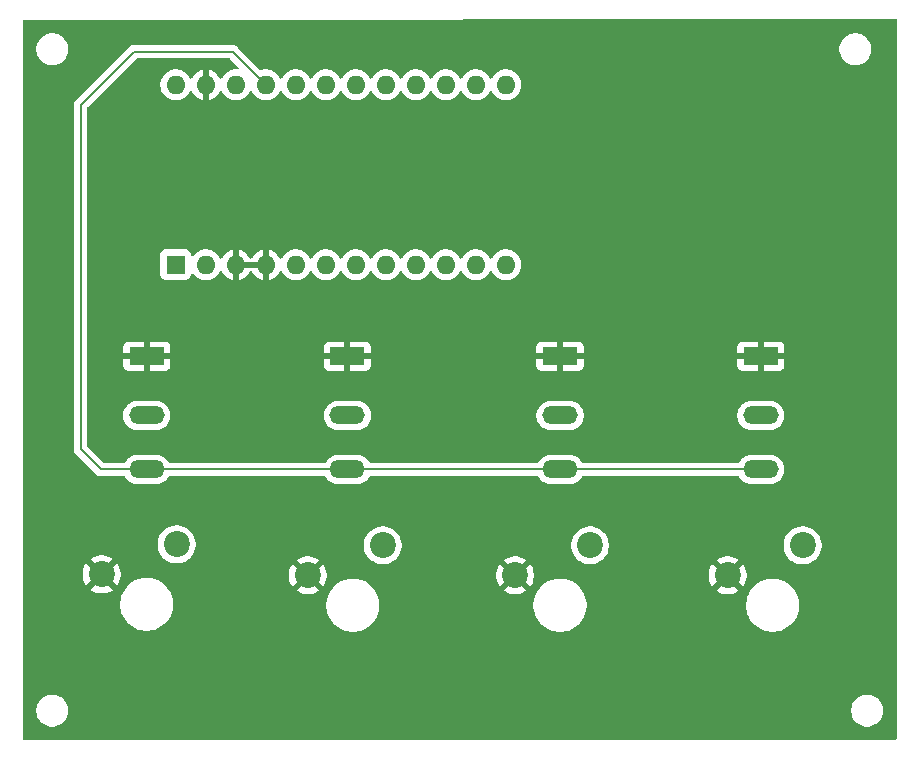
<source format=gbr>
%TF.GenerationSoftware,KiCad,Pcbnew,9.0.0*%
%TF.CreationDate,2025-03-03T22:54:26+00:00*%
%TF.ProjectId,controller,636f6e74-726f-46c6-9c65-722e6b696361,rev?*%
%TF.SameCoordinates,Original*%
%TF.FileFunction,Copper,L4,Bot*%
%TF.FilePolarity,Positive*%
%FSLAX46Y46*%
G04 Gerber Fmt 4.6, Leading zero omitted, Abs format (unit mm)*
G04 Created by KiCad (PCBNEW 9.0.0) date 2025-03-03 22:54:26*
%MOMM*%
%LPD*%
G01*
G04 APERTURE LIST*
%TA.AperFunction,ComponentPad*%
%ADD10R,1.600000X1.600000*%
%TD*%
%TA.AperFunction,ComponentPad*%
%ADD11O,1.600000X1.600000*%
%TD*%
%TA.AperFunction,ComponentPad*%
%ADD12C,2.200000*%
%TD*%
%TA.AperFunction,ComponentPad*%
%ADD13R,3.000000X1.500000*%
%TD*%
%TA.AperFunction,ComponentPad*%
%ADD14O,3.000000X1.500000*%
%TD*%
%TA.AperFunction,Conductor*%
%ADD15C,0.127000*%
%TD*%
G04 APERTURE END LIST*
D10*
%TO.P,U1,1,D1/TX*%
%TO.N,unconnected-(U1-D1{slash}TX-Pad1)*%
X119460000Y-74240000D03*
D11*
%TO.P,U1,2,D0/RX*%
%TO.N,unconnected-(U1-D0{slash}RX-Pad2)*%
X122000000Y-74240000D03*
%TO.P,U1,3,GND*%
%TO.N,GND*%
X124540000Y-74240000D03*
%TO.P,U1,4,GND*%
X127080000Y-74240000D03*
%TO.P,U1,5,D2*%
%TO.N,Net-(SW4-B)*%
X129620000Y-74240000D03*
%TO.P,U1,6,~D3*%
%TO.N,Net-(U1-~D3)*%
X132160000Y-74240000D03*
%TO.P,U1,7,D4/A6*%
%TO.N,Net-(SW3-B)*%
X134700000Y-74240000D03*
%TO.P,U1,8,~D5*%
%TO.N,Net-(U1-~D5)*%
X137240000Y-74240000D03*
%TO.P,U1,9,~D6/A7*%
%TO.N,Net-(SW2-B)*%
X139780000Y-74240000D03*
%TO.P,U1,10,D7*%
%TO.N,Net-(U1-D7)*%
X142320000Y-74240000D03*
%TO.P,U1,11,D8/A8*%
%TO.N,Net-(U1-D8{slash}A8)*%
X144860000Y-74240000D03*
%TO.P,U1,12,~D9/A9*%
%TO.N,Net-(SW5-B)*%
X147400000Y-74240000D03*
%TO.P,U1,13,~D10/A10*%
%TO.N,unconnected-(U1-~D10{slash}A10-Pad13)*%
X147400000Y-59000000D03*
%TO.P,U1,14,D16*%
%TO.N,unconnected-(U1-D16-Pad14)*%
X144860000Y-59000000D03*
%TO.P,U1,15,D14*%
%TO.N,unconnected-(U1-D14-Pad15)*%
X142320000Y-59000000D03*
%TO.P,U1,16,D15*%
%TO.N,unconnected-(U1-D15-Pad16)*%
X139780000Y-59000000D03*
%TO.P,U1,17,D18/A0*%
%TO.N,unconnected-(U1-D18{slash}A0-Pad17)*%
X137240000Y-59000000D03*
%TO.P,U1,18,D19/A1*%
%TO.N,unconnected-(U1-D19{slash}A1-Pad18)*%
X134700000Y-59000000D03*
%TO.P,U1,19,D20/A2*%
%TO.N,unconnected-(U1-D20{slash}A2-Pad19)*%
X132160000Y-59000000D03*
%TO.P,U1,20,D21/A3*%
%TO.N,unconnected-(U1-D21{slash}A3-Pad20)*%
X129620000Y-59000000D03*
%TO.P,U1,21,VCC*%
%TO.N,+5V*%
X127080000Y-59000000D03*
%TO.P,U1,22,RST*%
%TO.N,unconnected-(U1-RST-Pad22)*%
X124540000Y-59000000D03*
%TO.P,U1,23,GND*%
%TO.N,GND*%
X122000000Y-59000000D03*
%TO.P,U1,24,RAW*%
%TO.N,unconnected-(U1-RAW-Pad24)*%
X119460000Y-59000000D03*
%TD*%
D12*
%TO.P,SW11,1,1*%
%TO.N,Net-(U1-~D3)*%
X119540000Y-97920000D03*
%TO.P,SW11,2,2*%
%TO.N,GND*%
X113190000Y-100460000D03*
%TD*%
%TO.P,SW8,1,1*%
%TO.N,Net-(U1-D7)*%
X154540000Y-98000000D03*
%TO.P,SW8,2,2*%
%TO.N,GND*%
X148190000Y-100540000D03*
%TD*%
D13*
%TO.P,SW2,1,A*%
%TO.N,GND*%
X152000000Y-82000000D03*
D14*
%TO.P,SW2,2,B*%
%TO.N,Net-(SW2-B)*%
X152000000Y-87000000D03*
%TO.P,SW2,3,C*%
%TO.N,+5V*%
X152000000Y-91572000D03*
%TD*%
D12*
%TO.P,SW9,1,1*%
%TO.N,Net-(U1-D8{slash}A8)*%
X172540000Y-98000000D03*
%TO.P,SW9,2,2*%
%TO.N,GND*%
X166190000Y-100540000D03*
%TD*%
D13*
%TO.P,SW4,1,A*%
%TO.N,GND*%
X117000000Y-82000000D03*
D14*
%TO.P,SW4,2,B*%
%TO.N,Net-(SW4-B)*%
X117000000Y-87000000D03*
%TO.P,SW4,3,C*%
%TO.N,+5V*%
X117000000Y-91572000D03*
%TD*%
D13*
%TO.P,SW3,1,A*%
%TO.N,GND*%
X134000000Y-82000000D03*
D14*
%TO.P,SW3,2,B*%
%TO.N,Net-(SW3-B)*%
X134000000Y-87000000D03*
%TO.P,SW3,3,C*%
%TO.N,+5V*%
X134000000Y-91572000D03*
%TD*%
D12*
%TO.P,SW10,1,1*%
%TO.N,Net-(U1-~D5)*%
X137000000Y-98000000D03*
%TO.P,SW10,2,2*%
%TO.N,GND*%
X130650000Y-100540000D03*
%TD*%
D13*
%TO.P,SW5,1,A*%
%TO.N,GND*%
X169000000Y-82000000D03*
D14*
%TO.P,SW5,2,B*%
%TO.N,Net-(SW5-B)*%
X169000000Y-87000000D03*
%TO.P,SW5,3,C*%
%TO.N,+5V*%
X169000000Y-91572000D03*
%TD*%
D15*
%TO.N,+5V*%
X111400000Y-89872000D02*
X111400000Y-60700000D01*
X113100000Y-91572000D02*
X111400000Y-89872000D01*
X134000000Y-91572000D02*
X152000000Y-91572000D01*
X111400000Y-60700000D02*
X115900000Y-56200000D01*
X115900000Y-56200000D02*
X124280000Y-56200000D01*
X124280000Y-56200000D02*
X127080000Y-59000000D01*
X117000000Y-91572000D02*
X113100000Y-91572000D01*
X152000000Y-91572000D02*
X169000000Y-91572000D01*
X117000000Y-91572000D02*
X134000000Y-91572000D01*
%TD*%
%TA.AperFunction,Conductor*%
%TO.N,GND*%
G36*
X126759920Y-73994394D02*
G01*
X126707259Y-74085606D01*
X126680000Y-74187339D01*
X126680000Y-74292661D01*
X126707259Y-74394394D01*
X126759920Y-74485606D01*
X126764314Y-74490000D01*
X124855686Y-74490000D01*
X124860080Y-74485606D01*
X124912741Y-74394394D01*
X124940000Y-74292661D01*
X124940000Y-74187339D01*
X124912741Y-74085606D01*
X124860080Y-73994394D01*
X124855686Y-73990000D01*
X126764314Y-73990000D01*
X126759920Y-73994394D01*
G37*
%TD.AperFunction*%
%TA.AperFunction,Conductor*%
G36*
X180442400Y-53420928D02*
G01*
X180488226Y-53473671D01*
X180499500Y-53525333D01*
X180499500Y-114375500D01*
X180479815Y-114442539D01*
X180427011Y-114488294D01*
X180375500Y-114499500D01*
X106624500Y-114499500D01*
X106557461Y-114479815D01*
X106511706Y-114427011D01*
X106500500Y-114375500D01*
X106500500Y-111893713D01*
X107649500Y-111893713D01*
X107649500Y-112106286D01*
X107682753Y-112316239D01*
X107748444Y-112518414D01*
X107844951Y-112707820D01*
X107969890Y-112879786D01*
X108120213Y-113030109D01*
X108292179Y-113155048D01*
X108292181Y-113155049D01*
X108292184Y-113155051D01*
X108481588Y-113251557D01*
X108683757Y-113317246D01*
X108893713Y-113350500D01*
X108893714Y-113350500D01*
X109106286Y-113350500D01*
X109106287Y-113350500D01*
X109316243Y-113317246D01*
X109518412Y-113251557D01*
X109707816Y-113155051D01*
X109729789Y-113139086D01*
X109879786Y-113030109D01*
X109879788Y-113030106D01*
X109879792Y-113030104D01*
X110030104Y-112879792D01*
X110030106Y-112879788D01*
X110030109Y-112879786D01*
X110155048Y-112707820D01*
X110155047Y-112707820D01*
X110155051Y-112707816D01*
X110251557Y-112518412D01*
X110317246Y-112316243D01*
X110350500Y-112106287D01*
X110350500Y-111893713D01*
X176649500Y-111893713D01*
X176649500Y-112106286D01*
X176682753Y-112316239D01*
X176748444Y-112518414D01*
X176844951Y-112707820D01*
X176969890Y-112879786D01*
X177120213Y-113030109D01*
X177292179Y-113155048D01*
X177292181Y-113155049D01*
X177292184Y-113155051D01*
X177481588Y-113251557D01*
X177683757Y-113317246D01*
X177893713Y-113350500D01*
X177893714Y-113350500D01*
X178106286Y-113350500D01*
X178106287Y-113350500D01*
X178316243Y-113317246D01*
X178518412Y-113251557D01*
X178707816Y-113155051D01*
X178729789Y-113139086D01*
X178879786Y-113030109D01*
X178879788Y-113030106D01*
X178879792Y-113030104D01*
X179030104Y-112879792D01*
X179030106Y-112879788D01*
X179030109Y-112879786D01*
X179155048Y-112707820D01*
X179155047Y-112707820D01*
X179155051Y-112707816D01*
X179251557Y-112518412D01*
X179317246Y-112316243D01*
X179350500Y-112106287D01*
X179350500Y-111893713D01*
X179317246Y-111683757D01*
X179251557Y-111481588D01*
X179155051Y-111292184D01*
X179155049Y-111292181D01*
X179155048Y-111292179D01*
X179030109Y-111120213D01*
X178879786Y-110969890D01*
X178707820Y-110844951D01*
X178518414Y-110748444D01*
X178518413Y-110748443D01*
X178518412Y-110748443D01*
X178316243Y-110682754D01*
X178316241Y-110682753D01*
X178316240Y-110682753D01*
X178154957Y-110657208D01*
X178106287Y-110649500D01*
X177893713Y-110649500D01*
X177845042Y-110657208D01*
X177683760Y-110682753D01*
X177481585Y-110748444D01*
X177292179Y-110844951D01*
X177120213Y-110969890D01*
X176969890Y-111120213D01*
X176844951Y-111292179D01*
X176748444Y-111481585D01*
X176682753Y-111683760D01*
X176649500Y-111893713D01*
X110350500Y-111893713D01*
X110317246Y-111683757D01*
X110251557Y-111481588D01*
X110155051Y-111292184D01*
X110155049Y-111292181D01*
X110155048Y-111292179D01*
X110030109Y-111120213D01*
X109879786Y-110969890D01*
X109707820Y-110844951D01*
X109518414Y-110748444D01*
X109518413Y-110748443D01*
X109518412Y-110748443D01*
X109316243Y-110682754D01*
X109316241Y-110682753D01*
X109316240Y-110682753D01*
X109154957Y-110657208D01*
X109106287Y-110649500D01*
X108893713Y-110649500D01*
X108845042Y-110657208D01*
X108683760Y-110682753D01*
X108481585Y-110748444D01*
X108292179Y-110844951D01*
X108120213Y-110969890D01*
X107969890Y-111120213D01*
X107844951Y-111292179D01*
X107748444Y-111481585D01*
X107682753Y-111683760D01*
X107649500Y-111893713D01*
X106500500Y-111893713D01*
X106500500Y-102852486D01*
X114749500Y-102852486D01*
X114749500Y-103147513D01*
X114760031Y-103227499D01*
X114788007Y-103439993D01*
X114864361Y-103724951D01*
X114864364Y-103724961D01*
X114977254Y-103997500D01*
X114977258Y-103997510D01*
X115124761Y-104252993D01*
X115304352Y-104487040D01*
X115304358Y-104487047D01*
X115512952Y-104695641D01*
X115512959Y-104695647D01*
X115747006Y-104875238D01*
X116002489Y-105022741D01*
X116002490Y-105022741D01*
X116002493Y-105022743D01*
X116275048Y-105135639D01*
X116560007Y-105211993D01*
X116852494Y-105250500D01*
X116852501Y-105250500D01*
X117147499Y-105250500D01*
X117147506Y-105250500D01*
X117439993Y-105211993D01*
X117724952Y-105135639D01*
X117997507Y-105022743D01*
X118252994Y-104875238D01*
X118487042Y-104695646D01*
X118695646Y-104487042D01*
X118875238Y-104252994D01*
X119022743Y-103997507D01*
X119135639Y-103724952D01*
X119211993Y-103439993D01*
X119250500Y-103147506D01*
X119250500Y-102932486D01*
X132209500Y-102932486D01*
X132209500Y-103227513D01*
X132237475Y-103439993D01*
X132248007Y-103519993D01*
X132302928Y-103724961D01*
X132324361Y-103804951D01*
X132324364Y-103804961D01*
X132437254Y-104077500D01*
X132437258Y-104077510D01*
X132584761Y-104332993D01*
X132764352Y-104567040D01*
X132764358Y-104567047D01*
X132972952Y-104775641D01*
X132972959Y-104775647D01*
X133207006Y-104955238D01*
X133462489Y-105102741D01*
X133462490Y-105102741D01*
X133462493Y-105102743D01*
X133673296Y-105190060D01*
X133726245Y-105211993D01*
X133735048Y-105215639D01*
X134020007Y-105291993D01*
X134312494Y-105330500D01*
X134312501Y-105330500D01*
X134607499Y-105330500D01*
X134607506Y-105330500D01*
X134899993Y-105291993D01*
X135184952Y-105215639D01*
X135457507Y-105102743D01*
X135712994Y-104955238D01*
X135947042Y-104775646D01*
X136155646Y-104567042D01*
X136335238Y-104332994D01*
X136482743Y-104077507D01*
X136595639Y-103804952D01*
X136671993Y-103519993D01*
X136710500Y-103227506D01*
X136710500Y-102932494D01*
X136710499Y-102932486D01*
X149749500Y-102932486D01*
X149749500Y-103227513D01*
X149777475Y-103439993D01*
X149788007Y-103519993D01*
X149842928Y-103724961D01*
X149864361Y-103804951D01*
X149864364Y-103804961D01*
X149977254Y-104077500D01*
X149977258Y-104077510D01*
X150124761Y-104332993D01*
X150304352Y-104567040D01*
X150304358Y-104567047D01*
X150512952Y-104775641D01*
X150512959Y-104775647D01*
X150747006Y-104955238D01*
X151002489Y-105102741D01*
X151002490Y-105102741D01*
X151002493Y-105102743D01*
X151213296Y-105190060D01*
X151266245Y-105211993D01*
X151275048Y-105215639D01*
X151560007Y-105291993D01*
X151852494Y-105330500D01*
X151852501Y-105330500D01*
X152147499Y-105330500D01*
X152147506Y-105330500D01*
X152439993Y-105291993D01*
X152724952Y-105215639D01*
X152997507Y-105102743D01*
X153252994Y-104955238D01*
X153487042Y-104775646D01*
X153695646Y-104567042D01*
X153875238Y-104332994D01*
X154022743Y-104077507D01*
X154135639Y-103804952D01*
X154211993Y-103519993D01*
X154250500Y-103227506D01*
X154250500Y-102932494D01*
X154250499Y-102932486D01*
X167749500Y-102932486D01*
X167749500Y-103227513D01*
X167777475Y-103439993D01*
X167788007Y-103519993D01*
X167842928Y-103724961D01*
X167864361Y-103804951D01*
X167864364Y-103804961D01*
X167977254Y-104077500D01*
X167977258Y-104077510D01*
X168124761Y-104332993D01*
X168304352Y-104567040D01*
X168304358Y-104567047D01*
X168512952Y-104775641D01*
X168512959Y-104775647D01*
X168747006Y-104955238D01*
X169002489Y-105102741D01*
X169002490Y-105102741D01*
X169002493Y-105102743D01*
X169213296Y-105190060D01*
X169266245Y-105211993D01*
X169275048Y-105215639D01*
X169560007Y-105291993D01*
X169852494Y-105330500D01*
X169852501Y-105330500D01*
X170147499Y-105330500D01*
X170147506Y-105330500D01*
X170439993Y-105291993D01*
X170724952Y-105215639D01*
X170997507Y-105102743D01*
X171252994Y-104955238D01*
X171487042Y-104775646D01*
X171695646Y-104567042D01*
X171875238Y-104332994D01*
X172022743Y-104077507D01*
X172135639Y-103804952D01*
X172211993Y-103519993D01*
X172250500Y-103227506D01*
X172250500Y-102932494D01*
X172211993Y-102640007D01*
X172135639Y-102355048D01*
X172022743Y-102082493D01*
X171987010Y-102020602D01*
X171875238Y-101827006D01*
X171695647Y-101592959D01*
X171695641Y-101592952D01*
X171487047Y-101384358D01*
X171487040Y-101384352D01*
X171252993Y-101204761D01*
X170997510Y-101057258D01*
X170997500Y-101057254D01*
X170724961Y-100944364D01*
X170724954Y-100944362D01*
X170724952Y-100944361D01*
X170439993Y-100868007D01*
X170391113Y-100861571D01*
X170147513Y-100829500D01*
X170147506Y-100829500D01*
X169852494Y-100829500D01*
X169852486Y-100829500D01*
X169587678Y-100864364D01*
X169560007Y-100868007D01*
X169385861Y-100914669D01*
X169275048Y-100944361D01*
X169275038Y-100944364D01*
X169002499Y-101057254D01*
X169002489Y-101057258D01*
X168747006Y-101204761D01*
X168512959Y-101384352D01*
X168512952Y-101384358D01*
X168304358Y-101592952D01*
X168304352Y-101592959D01*
X168124761Y-101827006D01*
X167977258Y-102082489D01*
X167977254Y-102082499D01*
X167864364Y-102355038D01*
X167864361Y-102355048D01*
X167788008Y-102640004D01*
X167788006Y-102640015D01*
X167749500Y-102932486D01*
X154250499Y-102932486D01*
X154211993Y-102640007D01*
X154135639Y-102355048D01*
X154022743Y-102082493D01*
X153987010Y-102020602D01*
X153887931Y-101848991D01*
X153887930Y-101848990D01*
X153876069Y-101828446D01*
X153875238Y-101827006D01*
X153695646Y-101592958D01*
X153695641Y-101592952D01*
X153487047Y-101384358D01*
X153487040Y-101384352D01*
X153252993Y-101204761D01*
X152997510Y-101057258D01*
X152997500Y-101057254D01*
X152724961Y-100944364D01*
X152724954Y-100944362D01*
X152724952Y-100944361D01*
X152439993Y-100868007D01*
X152391113Y-100861571D01*
X152147513Y-100829500D01*
X152147506Y-100829500D01*
X151852494Y-100829500D01*
X151852486Y-100829500D01*
X151587678Y-100864364D01*
X151560007Y-100868007D01*
X151385861Y-100914669D01*
X151275048Y-100944361D01*
X151275038Y-100944364D01*
X151002499Y-101057254D01*
X151002489Y-101057258D01*
X150747006Y-101204761D01*
X150512959Y-101384352D01*
X150512952Y-101384358D01*
X150304358Y-101592952D01*
X150304352Y-101592959D01*
X150124761Y-101827006D01*
X149977258Y-102082489D01*
X149977254Y-102082499D01*
X149864364Y-102355038D01*
X149864361Y-102355048D01*
X149788008Y-102640004D01*
X149788006Y-102640015D01*
X149749500Y-102932486D01*
X136710499Y-102932486D01*
X136671993Y-102640007D01*
X136595639Y-102355048D01*
X136482743Y-102082493D01*
X136447010Y-102020602D01*
X136347931Y-101848991D01*
X136347930Y-101848990D01*
X136336069Y-101828446D01*
X136335238Y-101827006D01*
X136155646Y-101592958D01*
X136155641Y-101592952D01*
X135947047Y-101384358D01*
X135947040Y-101384352D01*
X135712993Y-101204761D01*
X135457510Y-101057258D01*
X135457500Y-101057254D01*
X135184961Y-100944364D01*
X135184954Y-100944362D01*
X135184952Y-100944361D01*
X134899993Y-100868007D01*
X134851113Y-100861571D01*
X134607513Y-100829500D01*
X134607506Y-100829500D01*
X134312494Y-100829500D01*
X134312486Y-100829500D01*
X134047678Y-100864364D01*
X134020007Y-100868007D01*
X133845861Y-100914669D01*
X133735048Y-100944361D01*
X133735038Y-100944364D01*
X133462499Y-101057254D01*
X133462489Y-101057258D01*
X133207006Y-101204761D01*
X132972959Y-101384352D01*
X132972952Y-101384358D01*
X132764358Y-101592952D01*
X132764352Y-101592959D01*
X132584761Y-101827006D01*
X132437258Y-102082489D01*
X132437254Y-102082499D01*
X132324364Y-102355038D01*
X132324361Y-102355048D01*
X132248008Y-102640004D01*
X132248006Y-102640015D01*
X132209500Y-102932486D01*
X119250500Y-102932486D01*
X119250500Y-102852494D01*
X119211993Y-102560007D01*
X119135639Y-102275048D01*
X119022743Y-102002493D01*
X118875238Y-101747006D01*
X118757033Y-101592959D01*
X118695647Y-101512959D01*
X118695641Y-101512952D01*
X118487047Y-101304358D01*
X118487040Y-101304352D01*
X118252993Y-101124761D01*
X117997510Y-100977258D01*
X117997500Y-100977254D01*
X117724961Y-100864364D01*
X117724954Y-100864362D01*
X117724952Y-100864361D01*
X117439993Y-100788007D01*
X117391113Y-100781571D01*
X117147513Y-100749500D01*
X117147506Y-100749500D01*
X116852494Y-100749500D01*
X116852486Y-100749500D01*
X116574085Y-100786153D01*
X116560007Y-100788007D01*
X116405152Y-100829500D01*
X116275048Y-100864361D01*
X116275038Y-100864364D01*
X116002499Y-100977254D01*
X116002489Y-100977258D01*
X115747006Y-101124761D01*
X115512959Y-101304352D01*
X115512952Y-101304358D01*
X115304358Y-101512952D01*
X115304352Y-101512959D01*
X115124761Y-101747006D01*
X114977258Y-102002489D01*
X114977254Y-102002499D01*
X114864364Y-102275038D01*
X114864361Y-102275048D01*
X114788008Y-102560004D01*
X114788006Y-102560015D01*
X114749500Y-102852486D01*
X106500500Y-102852486D01*
X106500500Y-100334071D01*
X111590000Y-100334071D01*
X111590000Y-100585928D01*
X111629397Y-100834669D01*
X111707219Y-101074184D01*
X111821557Y-101298583D01*
X111895748Y-101400697D01*
X111895748Y-101400698D01*
X112512421Y-100784024D01*
X112525359Y-100815258D01*
X112607437Y-100938097D01*
X112711903Y-101042563D01*
X112834742Y-101124641D01*
X112865974Y-101137577D01*
X112249300Y-101754250D01*
X112351416Y-101828442D01*
X112575815Y-101942780D01*
X112815330Y-102020602D01*
X113064072Y-102060000D01*
X113315928Y-102060000D01*
X113564669Y-102020602D01*
X113804184Y-101942780D01*
X114028575Y-101828446D01*
X114028581Y-101828442D01*
X114130697Y-101754250D01*
X114130698Y-101754250D01*
X113514025Y-101137578D01*
X113545258Y-101124641D01*
X113668097Y-101042563D01*
X113772563Y-100938097D01*
X113854641Y-100815258D01*
X113867577Y-100784025D01*
X114484250Y-101400698D01*
X114484250Y-101400697D01*
X114558442Y-101298581D01*
X114558446Y-101298575D01*
X114672780Y-101074184D01*
X114750602Y-100834669D01*
X114790000Y-100585928D01*
X114790000Y-100414071D01*
X129050000Y-100414071D01*
X129050000Y-100665928D01*
X129089397Y-100914669D01*
X129167219Y-101154184D01*
X129281557Y-101378583D01*
X129355748Y-101480697D01*
X129355748Y-101480698D01*
X129972421Y-100864024D01*
X129985359Y-100895258D01*
X130067437Y-101018097D01*
X130171903Y-101122563D01*
X130294742Y-101204641D01*
X130325974Y-101217577D01*
X129709300Y-101834250D01*
X129811416Y-101908442D01*
X130035815Y-102022780D01*
X130275330Y-102100602D01*
X130524072Y-102140000D01*
X130775928Y-102140000D01*
X131024669Y-102100602D01*
X131264184Y-102022780D01*
X131488575Y-101908446D01*
X131488581Y-101908442D01*
X131590697Y-101834250D01*
X131590698Y-101834250D01*
X130974025Y-101217578D01*
X131005258Y-101204641D01*
X131128097Y-101122563D01*
X131232563Y-101018097D01*
X131314641Y-100895258D01*
X131327577Y-100864025D01*
X131944250Y-101480698D01*
X131944250Y-101480697D01*
X132018442Y-101378581D01*
X132018446Y-101378575D01*
X132132780Y-101154184D01*
X132210602Y-100914669D01*
X132250000Y-100665928D01*
X132250000Y-100414071D01*
X146590000Y-100414071D01*
X146590000Y-100665928D01*
X146629397Y-100914669D01*
X146707219Y-101154184D01*
X146821557Y-101378583D01*
X146895748Y-101480697D01*
X146895748Y-101480698D01*
X147512421Y-100864024D01*
X147525359Y-100895258D01*
X147607437Y-101018097D01*
X147711903Y-101122563D01*
X147834742Y-101204641D01*
X147865974Y-101217577D01*
X147249300Y-101834250D01*
X147351416Y-101908442D01*
X147575815Y-102022780D01*
X147815330Y-102100602D01*
X148064072Y-102140000D01*
X148315928Y-102140000D01*
X148564669Y-102100602D01*
X148804184Y-102022780D01*
X149028575Y-101908446D01*
X149028581Y-101908442D01*
X149130697Y-101834250D01*
X149130698Y-101834250D01*
X148514025Y-101217578D01*
X148545258Y-101204641D01*
X148668097Y-101122563D01*
X148772563Y-101018097D01*
X148854641Y-100895258D01*
X148867577Y-100864025D01*
X149484250Y-101480698D01*
X149484250Y-101480697D01*
X149558442Y-101378581D01*
X149558446Y-101378575D01*
X149672780Y-101154184D01*
X149750602Y-100914669D01*
X149790000Y-100665928D01*
X149790000Y-100414071D01*
X164590000Y-100414071D01*
X164590000Y-100665928D01*
X164629397Y-100914669D01*
X164707219Y-101154184D01*
X164821557Y-101378583D01*
X164895748Y-101480697D01*
X164895748Y-101480698D01*
X165512421Y-100864024D01*
X165525359Y-100895258D01*
X165607437Y-101018097D01*
X165711903Y-101122563D01*
X165834742Y-101204641D01*
X165865974Y-101217577D01*
X165249300Y-101834250D01*
X165351416Y-101908442D01*
X165575815Y-102022780D01*
X165815330Y-102100602D01*
X166064072Y-102140000D01*
X166315928Y-102140000D01*
X166564669Y-102100602D01*
X166804184Y-102022780D01*
X167028575Y-101908446D01*
X167028581Y-101908442D01*
X167130697Y-101834250D01*
X167130698Y-101834250D01*
X166514025Y-101217578D01*
X166545258Y-101204641D01*
X166668097Y-101122563D01*
X166772563Y-101018097D01*
X166854641Y-100895258D01*
X166867578Y-100864025D01*
X167484250Y-101480698D01*
X167484250Y-101480697D01*
X167558442Y-101378581D01*
X167558446Y-101378575D01*
X167672780Y-101154184D01*
X167750602Y-100914669D01*
X167790000Y-100665928D01*
X167790000Y-100414071D01*
X167750602Y-100165330D01*
X167672780Y-99925815D01*
X167558442Y-99701416D01*
X167484250Y-99599301D01*
X167484250Y-99599300D01*
X166867577Y-100215973D01*
X166854641Y-100184742D01*
X166772563Y-100061903D01*
X166668097Y-99957437D01*
X166545258Y-99875359D01*
X166514024Y-99862421D01*
X167130698Y-99245748D01*
X167028583Y-99171557D01*
X166804184Y-99057219D01*
X166564669Y-98979397D01*
X166315928Y-98940000D01*
X166064072Y-98940000D01*
X165815330Y-98979397D01*
X165575815Y-99057219D01*
X165351413Y-99171559D01*
X165249301Y-99245747D01*
X165249300Y-99245748D01*
X165865974Y-99862421D01*
X165834742Y-99875359D01*
X165711903Y-99957437D01*
X165607437Y-100061903D01*
X165525359Y-100184742D01*
X165512421Y-100215974D01*
X164895748Y-99599300D01*
X164895747Y-99599301D01*
X164821559Y-99701413D01*
X164707219Y-99925815D01*
X164629397Y-100165330D01*
X164590000Y-100414071D01*
X149790000Y-100414071D01*
X149750602Y-100165330D01*
X149672780Y-99925815D01*
X149558442Y-99701416D01*
X149484250Y-99599301D01*
X149484250Y-99599300D01*
X148867577Y-100215973D01*
X148854641Y-100184742D01*
X148772563Y-100061903D01*
X148668097Y-99957437D01*
X148545258Y-99875359D01*
X148514024Y-99862421D01*
X149130698Y-99245748D01*
X149028583Y-99171557D01*
X148804184Y-99057219D01*
X148564669Y-98979397D01*
X148315928Y-98940000D01*
X148064072Y-98940000D01*
X147815330Y-98979397D01*
X147575815Y-99057219D01*
X147351413Y-99171559D01*
X147249301Y-99245747D01*
X147249300Y-99245748D01*
X147865974Y-99862421D01*
X147834742Y-99875359D01*
X147711903Y-99957437D01*
X147607437Y-100061903D01*
X147525359Y-100184742D01*
X147512421Y-100215974D01*
X146895748Y-99599300D01*
X146895747Y-99599301D01*
X146821559Y-99701413D01*
X146707219Y-99925815D01*
X146629397Y-100165330D01*
X146590000Y-100414071D01*
X132250000Y-100414071D01*
X132210602Y-100165330D01*
X132132780Y-99925815D01*
X132018442Y-99701416D01*
X131944250Y-99599301D01*
X131944250Y-99599300D01*
X131327577Y-100215973D01*
X131314641Y-100184742D01*
X131232563Y-100061903D01*
X131128097Y-99957437D01*
X131005258Y-99875359D01*
X130974024Y-99862421D01*
X131590698Y-99245748D01*
X131488583Y-99171557D01*
X131264184Y-99057219D01*
X131024669Y-98979397D01*
X130775928Y-98940000D01*
X130524072Y-98940000D01*
X130275330Y-98979397D01*
X130035815Y-99057219D01*
X129811413Y-99171559D01*
X129709301Y-99245747D01*
X129709300Y-99245748D01*
X130325974Y-99862421D01*
X130294742Y-99875359D01*
X130171903Y-99957437D01*
X130067437Y-100061903D01*
X129985359Y-100184742D01*
X129972421Y-100215974D01*
X129355748Y-99599300D01*
X129355747Y-99599301D01*
X129281559Y-99701413D01*
X129167219Y-99925815D01*
X129089397Y-100165330D01*
X129050000Y-100414071D01*
X114790000Y-100414071D01*
X114790000Y-100334071D01*
X114750602Y-100085330D01*
X114672780Y-99845815D01*
X114558442Y-99621416D01*
X114484250Y-99519301D01*
X114484250Y-99519300D01*
X113867577Y-100135973D01*
X113854641Y-100104742D01*
X113772563Y-99981903D01*
X113668097Y-99877437D01*
X113545258Y-99795359D01*
X113514024Y-99782421D01*
X114130698Y-99165748D01*
X114028583Y-99091557D01*
X113804184Y-98977219D01*
X113564669Y-98899397D01*
X113315928Y-98860000D01*
X113064072Y-98860000D01*
X112815330Y-98899397D01*
X112575815Y-98977219D01*
X112351413Y-99091559D01*
X112249301Y-99165747D01*
X112249300Y-99165748D01*
X112865974Y-99782421D01*
X112834742Y-99795359D01*
X112711903Y-99877437D01*
X112607437Y-99981903D01*
X112525359Y-100104742D01*
X112512421Y-100135974D01*
X111895748Y-99519300D01*
X111895747Y-99519301D01*
X111821559Y-99621413D01*
X111707219Y-99845815D01*
X111629397Y-100085330D01*
X111590000Y-100334071D01*
X106500500Y-100334071D01*
X106500500Y-97794038D01*
X117939500Y-97794038D01*
X117939500Y-98045961D01*
X117978910Y-98294785D01*
X118056760Y-98534383D01*
X118171132Y-98758848D01*
X118319201Y-98962649D01*
X118319205Y-98962654D01*
X118497345Y-99140794D01*
X118497350Y-99140798D01*
X118675117Y-99269952D01*
X118701155Y-99288870D01*
X118844184Y-99361747D01*
X118925616Y-99403239D01*
X118925618Y-99403239D01*
X118925621Y-99403241D01*
X119165215Y-99481090D01*
X119414038Y-99520500D01*
X119414039Y-99520500D01*
X119665961Y-99520500D01*
X119665962Y-99520500D01*
X119914785Y-99481090D01*
X120154379Y-99403241D01*
X120378845Y-99288870D01*
X120441261Y-99243521D01*
X120511227Y-99192690D01*
X120582649Y-99140798D01*
X120582647Y-99140798D01*
X120582656Y-99140793D01*
X120760793Y-98962656D01*
X120908870Y-98758845D01*
X121023241Y-98534379D01*
X121101090Y-98294785D01*
X121140500Y-98045962D01*
X121140500Y-97874038D01*
X135399500Y-97874038D01*
X135399500Y-98125961D01*
X135438910Y-98374785D01*
X135516760Y-98614383D01*
X135631132Y-98838848D01*
X135779201Y-99042649D01*
X135779205Y-99042654D01*
X135957345Y-99220794D01*
X135957350Y-99220798D01*
X136051040Y-99288867D01*
X136161155Y-99368870D01*
X136304184Y-99441747D01*
X136385616Y-99483239D01*
X136385618Y-99483239D01*
X136385621Y-99483241D01*
X136625215Y-99561090D01*
X136874038Y-99600500D01*
X136874039Y-99600500D01*
X137125961Y-99600500D01*
X137125962Y-99600500D01*
X137374785Y-99561090D01*
X137614379Y-99483241D01*
X137838845Y-99368870D01*
X138042656Y-99220793D01*
X138220793Y-99042656D01*
X138368870Y-98838845D01*
X138483241Y-98614379D01*
X138561090Y-98374785D01*
X138600500Y-98125962D01*
X138600500Y-97874038D01*
X152939500Y-97874038D01*
X152939500Y-98125961D01*
X152978910Y-98374785D01*
X153056760Y-98614383D01*
X153171132Y-98838848D01*
X153319201Y-99042649D01*
X153319205Y-99042654D01*
X153497345Y-99220794D01*
X153497350Y-99220798D01*
X153591040Y-99288867D01*
X153701155Y-99368870D01*
X153844184Y-99441747D01*
X153925616Y-99483239D01*
X153925618Y-99483239D01*
X153925621Y-99483241D01*
X154165215Y-99561090D01*
X154414038Y-99600500D01*
X154414039Y-99600500D01*
X154665961Y-99600500D01*
X154665962Y-99600500D01*
X154914785Y-99561090D01*
X155154379Y-99483241D01*
X155378845Y-99368870D01*
X155582656Y-99220793D01*
X155760793Y-99042656D01*
X155908870Y-98838845D01*
X156023241Y-98614379D01*
X156101090Y-98374785D01*
X156140500Y-98125962D01*
X156140500Y-97874038D01*
X170939500Y-97874038D01*
X170939500Y-98125961D01*
X170978910Y-98374785D01*
X171056760Y-98614383D01*
X171171132Y-98838848D01*
X171319201Y-99042649D01*
X171319205Y-99042654D01*
X171497345Y-99220794D01*
X171497350Y-99220798D01*
X171591040Y-99288867D01*
X171701155Y-99368870D01*
X171844184Y-99441747D01*
X171925616Y-99483239D01*
X171925618Y-99483239D01*
X171925621Y-99483241D01*
X172165215Y-99561090D01*
X172414038Y-99600500D01*
X172414039Y-99600500D01*
X172665961Y-99600500D01*
X172665962Y-99600500D01*
X172914785Y-99561090D01*
X173154379Y-99483241D01*
X173378845Y-99368870D01*
X173582656Y-99220793D01*
X173760793Y-99042656D01*
X173908870Y-98838845D01*
X174023241Y-98614379D01*
X174101090Y-98374785D01*
X174140500Y-98125962D01*
X174140500Y-97874038D01*
X174101090Y-97625215D01*
X174023241Y-97385621D01*
X174023239Y-97385618D01*
X174023239Y-97385616D01*
X173981747Y-97304184D01*
X173908870Y-97161155D01*
X173850744Y-97081151D01*
X173760798Y-96957350D01*
X173760794Y-96957345D01*
X173582654Y-96779205D01*
X173582649Y-96779201D01*
X173378848Y-96631132D01*
X173378847Y-96631131D01*
X173378845Y-96631130D01*
X173308747Y-96595413D01*
X173154383Y-96516760D01*
X172914785Y-96438910D01*
X172665962Y-96399500D01*
X172414038Y-96399500D01*
X172289626Y-96419205D01*
X172165214Y-96438910D01*
X171925616Y-96516760D01*
X171701151Y-96631132D01*
X171497350Y-96779201D01*
X171497345Y-96779205D01*
X171319205Y-96957345D01*
X171319201Y-96957350D01*
X171171132Y-97161151D01*
X171056760Y-97385616D01*
X170978910Y-97625214D01*
X170939500Y-97874038D01*
X156140500Y-97874038D01*
X156101090Y-97625215D01*
X156023241Y-97385621D01*
X156023239Y-97385618D01*
X156023239Y-97385616D01*
X155981747Y-97304184D01*
X155908870Y-97161155D01*
X155850744Y-97081151D01*
X155760798Y-96957350D01*
X155760794Y-96957345D01*
X155582654Y-96779205D01*
X155582649Y-96779201D01*
X155378848Y-96631132D01*
X155378847Y-96631131D01*
X155378845Y-96631130D01*
X155308747Y-96595413D01*
X155154383Y-96516760D01*
X154914785Y-96438910D01*
X154665962Y-96399500D01*
X154414038Y-96399500D01*
X154289626Y-96419205D01*
X154165214Y-96438910D01*
X153925616Y-96516760D01*
X153701151Y-96631132D01*
X153497350Y-96779201D01*
X153497345Y-96779205D01*
X153319205Y-96957345D01*
X153319201Y-96957350D01*
X153171132Y-97161151D01*
X153056760Y-97385616D01*
X152978910Y-97625214D01*
X152939500Y-97874038D01*
X138600500Y-97874038D01*
X138561090Y-97625215D01*
X138483241Y-97385621D01*
X138483239Y-97385618D01*
X138483239Y-97385616D01*
X138441747Y-97304184D01*
X138368870Y-97161155D01*
X138310744Y-97081151D01*
X138220798Y-96957350D01*
X138220794Y-96957345D01*
X138042654Y-96779205D01*
X138042649Y-96779201D01*
X137838848Y-96631132D01*
X137838847Y-96631131D01*
X137838845Y-96631130D01*
X137768747Y-96595413D01*
X137614383Y-96516760D01*
X137374785Y-96438910D01*
X137125962Y-96399500D01*
X136874038Y-96399500D01*
X136749626Y-96419205D01*
X136625214Y-96438910D01*
X136385616Y-96516760D01*
X136161151Y-96631132D01*
X135957350Y-96779201D01*
X135957345Y-96779205D01*
X135779205Y-96957345D01*
X135779201Y-96957350D01*
X135631132Y-97161151D01*
X135516760Y-97385616D01*
X135438910Y-97625214D01*
X135399500Y-97874038D01*
X121140500Y-97874038D01*
X121140500Y-97794038D01*
X121101090Y-97545215D01*
X121023241Y-97305621D01*
X121023239Y-97305618D01*
X121023239Y-97305616D01*
X120949630Y-97161151D01*
X120908870Y-97081155D01*
X120818917Y-96957345D01*
X120760798Y-96877350D01*
X120760794Y-96877345D01*
X120582654Y-96699205D01*
X120582649Y-96699201D01*
X120378848Y-96551132D01*
X120378847Y-96551131D01*
X120378845Y-96551130D01*
X120308747Y-96515413D01*
X120154383Y-96436760D01*
X119914785Y-96358910D01*
X119665962Y-96319500D01*
X119414038Y-96319500D01*
X119289626Y-96339205D01*
X119165214Y-96358910D01*
X118925616Y-96436760D01*
X118701151Y-96551132D01*
X118497350Y-96699201D01*
X118497345Y-96699205D01*
X118319205Y-96877345D01*
X118319201Y-96877350D01*
X118171132Y-97081151D01*
X118056760Y-97305616D01*
X117978910Y-97545214D01*
X117939500Y-97794038D01*
X106500500Y-97794038D01*
X106500500Y-60625748D01*
X110836000Y-60625748D01*
X110836000Y-89946252D01*
X110874435Y-90089696D01*
X110948687Y-90218304D01*
X110948689Y-90218306D01*
X111060761Y-90330378D01*
X111060767Y-90330383D01*
X112644346Y-91913962D01*
X112644356Y-91913973D01*
X112648686Y-91918303D01*
X112648687Y-91918304D01*
X112753696Y-92023313D01*
X112882304Y-92097565D01*
X113025747Y-92136000D01*
X113025748Y-92136000D01*
X115057915Y-92136000D01*
X115124954Y-92155685D01*
X115168399Y-92203704D01*
X115180474Y-92227402D01*
X115180476Y-92227405D01*
X115296172Y-92386646D01*
X115435354Y-92525828D01*
X115594595Y-92641524D01*
X115677455Y-92683743D01*
X115769970Y-92730882D01*
X115769972Y-92730882D01*
X115769975Y-92730884D01*
X115870317Y-92763487D01*
X115957173Y-92791709D01*
X116151578Y-92822500D01*
X116151583Y-92822500D01*
X117848422Y-92822500D01*
X118042826Y-92791709D01*
X118230025Y-92730884D01*
X118405405Y-92641524D01*
X118564646Y-92525828D01*
X118703828Y-92386646D01*
X118819524Y-92227405D01*
X118824394Y-92217846D01*
X118831601Y-92203704D01*
X118879576Y-92152908D01*
X118942085Y-92136000D01*
X132057915Y-92136000D01*
X132124954Y-92155685D01*
X132168399Y-92203704D01*
X132180474Y-92227402D01*
X132180476Y-92227405D01*
X132296172Y-92386646D01*
X132435354Y-92525828D01*
X132594595Y-92641524D01*
X132677455Y-92683743D01*
X132769970Y-92730882D01*
X132769972Y-92730882D01*
X132769975Y-92730884D01*
X132870317Y-92763487D01*
X132957173Y-92791709D01*
X133151578Y-92822500D01*
X133151583Y-92822500D01*
X134848422Y-92822500D01*
X135042826Y-92791709D01*
X135230025Y-92730884D01*
X135405405Y-92641524D01*
X135564646Y-92525828D01*
X135703828Y-92386646D01*
X135819524Y-92227405D01*
X135824394Y-92217846D01*
X135831601Y-92203704D01*
X135879576Y-92152908D01*
X135942085Y-92136000D01*
X150057915Y-92136000D01*
X150124954Y-92155685D01*
X150168399Y-92203704D01*
X150180474Y-92227402D01*
X150180476Y-92227405D01*
X150296172Y-92386646D01*
X150435354Y-92525828D01*
X150594595Y-92641524D01*
X150677455Y-92683743D01*
X150769970Y-92730882D01*
X150769972Y-92730882D01*
X150769975Y-92730884D01*
X150870317Y-92763487D01*
X150957173Y-92791709D01*
X151151578Y-92822500D01*
X151151583Y-92822500D01*
X152848422Y-92822500D01*
X153042826Y-92791709D01*
X153230025Y-92730884D01*
X153405405Y-92641524D01*
X153564646Y-92525828D01*
X153703828Y-92386646D01*
X153819524Y-92227405D01*
X153824394Y-92217846D01*
X153831601Y-92203704D01*
X153879576Y-92152908D01*
X153942085Y-92136000D01*
X167057915Y-92136000D01*
X167124954Y-92155685D01*
X167168399Y-92203704D01*
X167180474Y-92227402D01*
X167180476Y-92227405D01*
X167296172Y-92386646D01*
X167435354Y-92525828D01*
X167594595Y-92641524D01*
X167677455Y-92683743D01*
X167769970Y-92730882D01*
X167769972Y-92730882D01*
X167769975Y-92730884D01*
X167870317Y-92763487D01*
X167957173Y-92791709D01*
X168151578Y-92822500D01*
X168151583Y-92822500D01*
X169848422Y-92822500D01*
X170042826Y-92791709D01*
X170230025Y-92730884D01*
X170405405Y-92641524D01*
X170564646Y-92525828D01*
X170703828Y-92386646D01*
X170819524Y-92227405D01*
X170908884Y-92052025D01*
X170969709Y-91864826D01*
X171000500Y-91670422D01*
X171000500Y-91473577D01*
X170969709Y-91279173D01*
X170908882Y-91091970D01*
X170856067Y-90988315D01*
X170819524Y-90916595D01*
X170703828Y-90757354D01*
X170564646Y-90618172D01*
X170405405Y-90502476D01*
X170230029Y-90413117D01*
X170042826Y-90352290D01*
X169848422Y-90321500D01*
X169848417Y-90321500D01*
X168151583Y-90321500D01*
X168151578Y-90321500D01*
X167957173Y-90352290D01*
X167769970Y-90413117D01*
X167594594Y-90502476D01*
X167503741Y-90568485D01*
X167435354Y-90618172D01*
X167435352Y-90618174D01*
X167435351Y-90618174D01*
X167296174Y-90757351D01*
X167296174Y-90757352D01*
X167296172Y-90757354D01*
X167238324Y-90836974D01*
X167180474Y-90916597D01*
X167168399Y-90940296D01*
X167120424Y-90991092D01*
X167057915Y-91008000D01*
X153942085Y-91008000D01*
X153875046Y-90988315D01*
X153831601Y-90940296D01*
X153819525Y-90916597D01*
X153819523Y-90916594D01*
X153703828Y-90757354D01*
X153564646Y-90618172D01*
X153405405Y-90502476D01*
X153230029Y-90413117D01*
X153042826Y-90352290D01*
X152848422Y-90321500D01*
X152848417Y-90321500D01*
X151151583Y-90321500D01*
X151151578Y-90321500D01*
X150957173Y-90352290D01*
X150769970Y-90413117D01*
X150594594Y-90502476D01*
X150503741Y-90568485D01*
X150435354Y-90618172D01*
X150435352Y-90618174D01*
X150435351Y-90618174D01*
X150296174Y-90757351D01*
X150296174Y-90757352D01*
X150296172Y-90757354D01*
X150238324Y-90836974D01*
X150180474Y-90916597D01*
X150168399Y-90940296D01*
X150120424Y-90991092D01*
X150057915Y-91008000D01*
X135942085Y-91008000D01*
X135875046Y-90988315D01*
X135831601Y-90940296D01*
X135819525Y-90916597D01*
X135819523Y-90916594D01*
X135703828Y-90757354D01*
X135564646Y-90618172D01*
X135405405Y-90502476D01*
X135230029Y-90413117D01*
X135042826Y-90352290D01*
X134848422Y-90321500D01*
X134848417Y-90321500D01*
X133151583Y-90321500D01*
X133151578Y-90321500D01*
X132957173Y-90352290D01*
X132769970Y-90413117D01*
X132594594Y-90502476D01*
X132503741Y-90568485D01*
X132435354Y-90618172D01*
X132435352Y-90618174D01*
X132435351Y-90618174D01*
X132296174Y-90757351D01*
X132296174Y-90757352D01*
X132296172Y-90757354D01*
X132238324Y-90836974D01*
X132180474Y-90916597D01*
X132168399Y-90940296D01*
X132120424Y-90991092D01*
X132057915Y-91008000D01*
X118942085Y-91008000D01*
X118875046Y-90988315D01*
X118831601Y-90940296D01*
X118819525Y-90916597D01*
X118819523Y-90916594D01*
X118703828Y-90757354D01*
X118564646Y-90618172D01*
X118405405Y-90502476D01*
X118230029Y-90413117D01*
X118042826Y-90352290D01*
X117848422Y-90321500D01*
X117848417Y-90321500D01*
X116151583Y-90321500D01*
X116151578Y-90321500D01*
X115957173Y-90352290D01*
X115769970Y-90413117D01*
X115594594Y-90502476D01*
X115503741Y-90568485D01*
X115435354Y-90618172D01*
X115435352Y-90618174D01*
X115435351Y-90618174D01*
X115296174Y-90757351D01*
X115296174Y-90757352D01*
X115296172Y-90757354D01*
X115238324Y-90836974D01*
X115180474Y-90916597D01*
X115168399Y-90940296D01*
X115120424Y-90991092D01*
X115057915Y-91008000D01*
X113384978Y-91008000D01*
X113317939Y-90988315D01*
X113297297Y-90971681D01*
X112000319Y-89674703D01*
X111966834Y-89613380D01*
X111964000Y-89587022D01*
X111964000Y-86901577D01*
X114999500Y-86901577D01*
X114999500Y-87098422D01*
X115030290Y-87292826D01*
X115091117Y-87480029D01*
X115180476Y-87655405D01*
X115296172Y-87814646D01*
X115435354Y-87953828D01*
X115594595Y-88069524D01*
X115677455Y-88111743D01*
X115769970Y-88158882D01*
X115769972Y-88158882D01*
X115769975Y-88158884D01*
X115870317Y-88191487D01*
X115957173Y-88219709D01*
X116151578Y-88250500D01*
X116151583Y-88250500D01*
X117848422Y-88250500D01*
X118042826Y-88219709D01*
X118230025Y-88158884D01*
X118405405Y-88069524D01*
X118564646Y-87953828D01*
X118703828Y-87814646D01*
X118819524Y-87655405D01*
X118908884Y-87480025D01*
X118969709Y-87292826D01*
X119000500Y-87098422D01*
X119000500Y-86901577D01*
X131999500Y-86901577D01*
X131999500Y-87098422D01*
X132030290Y-87292826D01*
X132091117Y-87480029D01*
X132180476Y-87655405D01*
X132296172Y-87814646D01*
X132435354Y-87953828D01*
X132594595Y-88069524D01*
X132677455Y-88111743D01*
X132769970Y-88158882D01*
X132769972Y-88158882D01*
X132769975Y-88158884D01*
X132870317Y-88191487D01*
X132957173Y-88219709D01*
X133151578Y-88250500D01*
X133151583Y-88250500D01*
X134848422Y-88250500D01*
X135042826Y-88219709D01*
X135230025Y-88158884D01*
X135405405Y-88069524D01*
X135564646Y-87953828D01*
X135703828Y-87814646D01*
X135819524Y-87655405D01*
X135908884Y-87480025D01*
X135969709Y-87292826D01*
X136000500Y-87098422D01*
X136000500Y-86901577D01*
X149999500Y-86901577D01*
X149999500Y-87098422D01*
X150030290Y-87292826D01*
X150091117Y-87480029D01*
X150180476Y-87655405D01*
X150296172Y-87814646D01*
X150435354Y-87953828D01*
X150594595Y-88069524D01*
X150677455Y-88111743D01*
X150769970Y-88158882D01*
X150769972Y-88158882D01*
X150769975Y-88158884D01*
X150870317Y-88191487D01*
X150957173Y-88219709D01*
X151151578Y-88250500D01*
X151151583Y-88250500D01*
X152848422Y-88250500D01*
X153042826Y-88219709D01*
X153230025Y-88158884D01*
X153405405Y-88069524D01*
X153564646Y-87953828D01*
X153703828Y-87814646D01*
X153819524Y-87655405D01*
X153908884Y-87480025D01*
X153969709Y-87292826D01*
X154000500Y-87098422D01*
X154000500Y-86901577D01*
X166999500Y-86901577D01*
X166999500Y-87098422D01*
X167030290Y-87292826D01*
X167091117Y-87480029D01*
X167180476Y-87655405D01*
X167296172Y-87814646D01*
X167435354Y-87953828D01*
X167594595Y-88069524D01*
X167677455Y-88111743D01*
X167769970Y-88158882D01*
X167769972Y-88158882D01*
X167769975Y-88158884D01*
X167870317Y-88191487D01*
X167957173Y-88219709D01*
X168151578Y-88250500D01*
X168151583Y-88250500D01*
X169848422Y-88250500D01*
X170042826Y-88219709D01*
X170230025Y-88158884D01*
X170405405Y-88069524D01*
X170564646Y-87953828D01*
X170703828Y-87814646D01*
X170819524Y-87655405D01*
X170908884Y-87480025D01*
X170969709Y-87292826D01*
X171000500Y-87098422D01*
X171000500Y-86901577D01*
X170969709Y-86707173D01*
X170908882Y-86519970D01*
X170819523Y-86344594D01*
X170703828Y-86185354D01*
X170564646Y-86046172D01*
X170405405Y-85930476D01*
X170230029Y-85841117D01*
X170042826Y-85780290D01*
X169848422Y-85749500D01*
X169848417Y-85749500D01*
X168151583Y-85749500D01*
X168151578Y-85749500D01*
X167957173Y-85780290D01*
X167769970Y-85841117D01*
X167594594Y-85930476D01*
X167503741Y-85996485D01*
X167435354Y-86046172D01*
X167435352Y-86046174D01*
X167435351Y-86046174D01*
X167296174Y-86185351D01*
X167296174Y-86185352D01*
X167296172Y-86185354D01*
X167246485Y-86253741D01*
X167180476Y-86344594D01*
X167091117Y-86519970D01*
X167030290Y-86707173D01*
X166999500Y-86901577D01*
X154000500Y-86901577D01*
X153969709Y-86707173D01*
X153908882Y-86519970D01*
X153819523Y-86344594D01*
X153703828Y-86185354D01*
X153564646Y-86046172D01*
X153405405Y-85930476D01*
X153230029Y-85841117D01*
X153042826Y-85780290D01*
X152848422Y-85749500D01*
X152848417Y-85749500D01*
X151151583Y-85749500D01*
X151151578Y-85749500D01*
X150957173Y-85780290D01*
X150769970Y-85841117D01*
X150594594Y-85930476D01*
X150503741Y-85996485D01*
X150435354Y-86046172D01*
X150435352Y-86046174D01*
X150435351Y-86046174D01*
X150296174Y-86185351D01*
X150296174Y-86185352D01*
X150296172Y-86185354D01*
X150246485Y-86253741D01*
X150180476Y-86344594D01*
X150091117Y-86519970D01*
X150030290Y-86707173D01*
X149999500Y-86901577D01*
X136000500Y-86901577D01*
X135969709Y-86707173D01*
X135908882Y-86519970D01*
X135819523Y-86344594D01*
X135703828Y-86185354D01*
X135564646Y-86046172D01*
X135405405Y-85930476D01*
X135230029Y-85841117D01*
X135042826Y-85780290D01*
X134848422Y-85749500D01*
X134848417Y-85749500D01*
X133151583Y-85749500D01*
X133151578Y-85749500D01*
X132957173Y-85780290D01*
X132769970Y-85841117D01*
X132594594Y-85930476D01*
X132503741Y-85996485D01*
X132435354Y-86046172D01*
X132435352Y-86046174D01*
X132435351Y-86046174D01*
X132296174Y-86185351D01*
X132296174Y-86185352D01*
X132296172Y-86185354D01*
X132246485Y-86253741D01*
X132180476Y-86344594D01*
X132091117Y-86519970D01*
X132030290Y-86707173D01*
X131999500Y-86901577D01*
X119000500Y-86901577D01*
X118969709Y-86707173D01*
X118908882Y-86519970D01*
X118819523Y-86344594D01*
X118703828Y-86185354D01*
X118564646Y-86046172D01*
X118405405Y-85930476D01*
X118230029Y-85841117D01*
X118042826Y-85780290D01*
X117848422Y-85749500D01*
X117848417Y-85749500D01*
X116151583Y-85749500D01*
X116151578Y-85749500D01*
X115957173Y-85780290D01*
X115769970Y-85841117D01*
X115594594Y-85930476D01*
X115503741Y-85996485D01*
X115435354Y-86046172D01*
X115435352Y-86046174D01*
X115435351Y-86046174D01*
X115296174Y-86185351D01*
X115296174Y-86185352D01*
X115296172Y-86185354D01*
X115246485Y-86253741D01*
X115180476Y-86344594D01*
X115091117Y-86519970D01*
X115030290Y-86707173D01*
X114999500Y-86901577D01*
X111964000Y-86901577D01*
X111964000Y-81202155D01*
X115000000Y-81202155D01*
X115000000Y-81750000D01*
X115816988Y-81750000D01*
X115784075Y-81807007D01*
X115750000Y-81934174D01*
X115750000Y-82065826D01*
X115784075Y-82192993D01*
X115816988Y-82250000D01*
X115000000Y-82250000D01*
X115000000Y-82797844D01*
X115006401Y-82857372D01*
X115006403Y-82857379D01*
X115056645Y-82992086D01*
X115056649Y-82992093D01*
X115142809Y-83107187D01*
X115142812Y-83107190D01*
X115257906Y-83193350D01*
X115257913Y-83193354D01*
X115392620Y-83243596D01*
X115392627Y-83243598D01*
X115452155Y-83249999D01*
X115452172Y-83250000D01*
X116750000Y-83250000D01*
X116750000Y-82500000D01*
X117250000Y-82500000D01*
X117250000Y-83250000D01*
X118547828Y-83250000D01*
X118547844Y-83249999D01*
X118607372Y-83243598D01*
X118607379Y-83243596D01*
X118742086Y-83193354D01*
X118742093Y-83193350D01*
X118857187Y-83107190D01*
X118857190Y-83107187D01*
X118943350Y-82992093D01*
X118943354Y-82992086D01*
X118993596Y-82857379D01*
X118993598Y-82857372D01*
X118999999Y-82797844D01*
X119000000Y-82797827D01*
X119000000Y-82250000D01*
X118183012Y-82250000D01*
X118215925Y-82192993D01*
X118250000Y-82065826D01*
X118250000Y-81934174D01*
X118215925Y-81807007D01*
X118183012Y-81750000D01*
X119000000Y-81750000D01*
X119000000Y-81202172D01*
X118999999Y-81202155D01*
X132000000Y-81202155D01*
X132000000Y-81750000D01*
X132816988Y-81750000D01*
X132784075Y-81807007D01*
X132750000Y-81934174D01*
X132750000Y-82065826D01*
X132784075Y-82192993D01*
X132816988Y-82250000D01*
X132000000Y-82250000D01*
X132000000Y-82797844D01*
X132006401Y-82857372D01*
X132006403Y-82857379D01*
X132056645Y-82992086D01*
X132056649Y-82992093D01*
X132142809Y-83107187D01*
X132142812Y-83107190D01*
X132257906Y-83193350D01*
X132257913Y-83193354D01*
X132392620Y-83243596D01*
X132392627Y-83243598D01*
X132452155Y-83249999D01*
X132452172Y-83250000D01*
X133750000Y-83250000D01*
X133750000Y-82500000D01*
X134250000Y-82500000D01*
X134250000Y-83250000D01*
X135547828Y-83250000D01*
X135547844Y-83249999D01*
X135607372Y-83243598D01*
X135607379Y-83243596D01*
X135742086Y-83193354D01*
X135742093Y-83193350D01*
X135857187Y-83107190D01*
X135857190Y-83107187D01*
X135943350Y-82992093D01*
X135943354Y-82992086D01*
X135993596Y-82857379D01*
X135993598Y-82857372D01*
X135999999Y-82797844D01*
X136000000Y-82797827D01*
X136000000Y-82250000D01*
X135183012Y-82250000D01*
X135215925Y-82192993D01*
X135250000Y-82065826D01*
X135250000Y-81934174D01*
X135215925Y-81807007D01*
X135183012Y-81750000D01*
X136000000Y-81750000D01*
X136000000Y-81202172D01*
X135999999Y-81202155D01*
X150000000Y-81202155D01*
X150000000Y-81750000D01*
X150816988Y-81750000D01*
X150784075Y-81807007D01*
X150750000Y-81934174D01*
X150750000Y-82065826D01*
X150784075Y-82192993D01*
X150816988Y-82250000D01*
X150000000Y-82250000D01*
X150000000Y-82797844D01*
X150006401Y-82857372D01*
X150006403Y-82857379D01*
X150056645Y-82992086D01*
X150056649Y-82992093D01*
X150142809Y-83107187D01*
X150142812Y-83107190D01*
X150257906Y-83193350D01*
X150257913Y-83193354D01*
X150392620Y-83243596D01*
X150392627Y-83243598D01*
X150452155Y-83249999D01*
X150452172Y-83250000D01*
X151750000Y-83250000D01*
X151750000Y-82500000D01*
X152250000Y-82500000D01*
X152250000Y-83250000D01*
X153547828Y-83250000D01*
X153547844Y-83249999D01*
X153607372Y-83243598D01*
X153607379Y-83243596D01*
X153742086Y-83193354D01*
X153742093Y-83193350D01*
X153857187Y-83107190D01*
X153857190Y-83107187D01*
X153943350Y-82992093D01*
X153943354Y-82992086D01*
X153993596Y-82857379D01*
X153993598Y-82857372D01*
X153999999Y-82797844D01*
X154000000Y-82797827D01*
X154000000Y-82250000D01*
X153183012Y-82250000D01*
X153215925Y-82192993D01*
X153250000Y-82065826D01*
X153250000Y-81934174D01*
X153215925Y-81807007D01*
X153183012Y-81750000D01*
X154000000Y-81750000D01*
X154000000Y-81202172D01*
X153999999Y-81202155D01*
X167000000Y-81202155D01*
X167000000Y-81750000D01*
X167816988Y-81750000D01*
X167784075Y-81807007D01*
X167750000Y-81934174D01*
X167750000Y-82065826D01*
X167784075Y-82192993D01*
X167816988Y-82250000D01*
X167000000Y-82250000D01*
X167000000Y-82797844D01*
X167006401Y-82857372D01*
X167006403Y-82857379D01*
X167056645Y-82992086D01*
X167056649Y-82992093D01*
X167142809Y-83107187D01*
X167142812Y-83107190D01*
X167257906Y-83193350D01*
X167257913Y-83193354D01*
X167392620Y-83243596D01*
X167392627Y-83243598D01*
X167452155Y-83249999D01*
X167452172Y-83250000D01*
X168750000Y-83250000D01*
X168750000Y-82500000D01*
X169250000Y-82500000D01*
X169250000Y-83250000D01*
X170547828Y-83250000D01*
X170547844Y-83249999D01*
X170607372Y-83243598D01*
X170607379Y-83243596D01*
X170742086Y-83193354D01*
X170742093Y-83193350D01*
X170857187Y-83107190D01*
X170857190Y-83107187D01*
X170943350Y-82992093D01*
X170943354Y-82992086D01*
X170993596Y-82857379D01*
X170993598Y-82857372D01*
X170999999Y-82797844D01*
X171000000Y-82797827D01*
X171000000Y-82250000D01*
X170183012Y-82250000D01*
X170215925Y-82192993D01*
X170250000Y-82065826D01*
X170250000Y-81934174D01*
X170215925Y-81807007D01*
X170183012Y-81750000D01*
X171000000Y-81750000D01*
X171000000Y-81202172D01*
X170999999Y-81202155D01*
X170993598Y-81142627D01*
X170993596Y-81142620D01*
X170943354Y-81007913D01*
X170943350Y-81007906D01*
X170857190Y-80892812D01*
X170857187Y-80892809D01*
X170742093Y-80806649D01*
X170742086Y-80806645D01*
X170607379Y-80756403D01*
X170607372Y-80756401D01*
X170547844Y-80750000D01*
X169250000Y-80750000D01*
X169250000Y-81500000D01*
X168750000Y-81500000D01*
X168750000Y-80750000D01*
X167452155Y-80750000D01*
X167392627Y-80756401D01*
X167392620Y-80756403D01*
X167257913Y-80806645D01*
X167257906Y-80806649D01*
X167142812Y-80892809D01*
X167142809Y-80892812D01*
X167056649Y-81007906D01*
X167056645Y-81007913D01*
X167006403Y-81142620D01*
X167006401Y-81142627D01*
X167000000Y-81202155D01*
X153999999Y-81202155D01*
X153993598Y-81142627D01*
X153993596Y-81142620D01*
X153943354Y-81007913D01*
X153943350Y-81007906D01*
X153857190Y-80892812D01*
X153857187Y-80892809D01*
X153742093Y-80806649D01*
X153742086Y-80806645D01*
X153607379Y-80756403D01*
X153607372Y-80756401D01*
X153547844Y-80750000D01*
X152250000Y-80750000D01*
X152250000Y-81500000D01*
X151750000Y-81500000D01*
X151750000Y-80750000D01*
X150452155Y-80750000D01*
X150392627Y-80756401D01*
X150392620Y-80756403D01*
X150257913Y-80806645D01*
X150257906Y-80806649D01*
X150142812Y-80892809D01*
X150142809Y-80892812D01*
X150056649Y-81007906D01*
X150056645Y-81007913D01*
X150006403Y-81142620D01*
X150006401Y-81142627D01*
X150000000Y-81202155D01*
X135999999Y-81202155D01*
X135993598Y-81142627D01*
X135993596Y-81142620D01*
X135943354Y-81007913D01*
X135943350Y-81007906D01*
X135857190Y-80892812D01*
X135857187Y-80892809D01*
X135742093Y-80806649D01*
X135742086Y-80806645D01*
X135607379Y-80756403D01*
X135607372Y-80756401D01*
X135547844Y-80750000D01*
X134250000Y-80750000D01*
X134250000Y-81500000D01*
X133750000Y-81500000D01*
X133750000Y-80750000D01*
X132452155Y-80750000D01*
X132392627Y-80756401D01*
X132392620Y-80756403D01*
X132257913Y-80806645D01*
X132257906Y-80806649D01*
X132142812Y-80892809D01*
X132142809Y-80892812D01*
X132056649Y-81007906D01*
X132056645Y-81007913D01*
X132006403Y-81142620D01*
X132006401Y-81142627D01*
X132000000Y-81202155D01*
X118999999Y-81202155D01*
X118993598Y-81142627D01*
X118993596Y-81142620D01*
X118943354Y-81007913D01*
X118943350Y-81007906D01*
X118857190Y-80892812D01*
X118857187Y-80892809D01*
X118742093Y-80806649D01*
X118742086Y-80806645D01*
X118607379Y-80756403D01*
X118607372Y-80756401D01*
X118547844Y-80750000D01*
X117250000Y-80750000D01*
X117250000Y-81500000D01*
X116750000Y-81500000D01*
X116750000Y-80750000D01*
X115452155Y-80750000D01*
X115392627Y-80756401D01*
X115392620Y-80756403D01*
X115257913Y-80806645D01*
X115257906Y-80806649D01*
X115142812Y-80892809D01*
X115142809Y-80892812D01*
X115056649Y-81007906D01*
X115056645Y-81007913D01*
X115006403Y-81142620D01*
X115006401Y-81142627D01*
X115000000Y-81202155D01*
X111964000Y-81202155D01*
X111964000Y-73392135D01*
X118159500Y-73392135D01*
X118159500Y-75087870D01*
X118159501Y-75087876D01*
X118165908Y-75147483D01*
X118216202Y-75282328D01*
X118216206Y-75282335D01*
X118302452Y-75397544D01*
X118302455Y-75397547D01*
X118417664Y-75483793D01*
X118417671Y-75483797D01*
X118552517Y-75534091D01*
X118552516Y-75534091D01*
X118559444Y-75534835D01*
X118612127Y-75540500D01*
X120307872Y-75540499D01*
X120367483Y-75534091D01*
X120502331Y-75483796D01*
X120617546Y-75397546D01*
X120703796Y-75282331D01*
X120754091Y-75147483D01*
X120758061Y-75110556D01*
X120784796Y-75046011D01*
X120842188Y-75006161D01*
X120912013Y-75003666D01*
X120972102Y-75039317D01*
X120981667Y-75050929D01*
X121008032Y-75087217D01*
X121152786Y-75231971D01*
X121307749Y-75344556D01*
X121318390Y-75352287D01*
X121407212Y-75397544D01*
X121500776Y-75445218D01*
X121500778Y-75445218D01*
X121500781Y-75445220D01*
X121605137Y-75479127D01*
X121695465Y-75508477D01*
X121796557Y-75524488D01*
X121897648Y-75540500D01*
X121897649Y-75540500D01*
X122102351Y-75540500D01*
X122102352Y-75540500D01*
X122304534Y-75508477D01*
X122499219Y-75445220D01*
X122681610Y-75352287D01*
X122777901Y-75282328D01*
X122847213Y-75231971D01*
X122847215Y-75231968D01*
X122847219Y-75231966D01*
X122991966Y-75087219D01*
X122991968Y-75087215D01*
X122991971Y-75087213D01*
X123112284Y-74921614D01*
X123112286Y-74921611D01*
X123112287Y-74921610D01*
X123159795Y-74828369D01*
X123207770Y-74777574D01*
X123275591Y-74760779D01*
X123341725Y-74783316D01*
X123380765Y-74828370D01*
X123428140Y-74921349D01*
X123548417Y-75086894D01*
X123548417Y-75086895D01*
X123693104Y-75231582D01*
X123858650Y-75351859D01*
X124040968Y-75444754D01*
X124235578Y-75507988D01*
X124290000Y-75516607D01*
X124290000Y-74555686D01*
X124294394Y-74560080D01*
X124385606Y-74612741D01*
X124487339Y-74640000D01*
X124592661Y-74640000D01*
X124694394Y-74612741D01*
X124785606Y-74560080D01*
X124790000Y-74555686D01*
X124790000Y-75516606D01*
X124844421Y-75507988D01*
X125039031Y-75444754D01*
X125221349Y-75351859D01*
X125386894Y-75231582D01*
X125386895Y-75231582D01*
X125531582Y-75086895D01*
X125531582Y-75086894D01*
X125651859Y-74921349D01*
X125699515Y-74827820D01*
X125747489Y-74777024D01*
X125815310Y-74760229D01*
X125881445Y-74782766D01*
X125920485Y-74827820D01*
X125968140Y-74921349D01*
X126088417Y-75086894D01*
X126088417Y-75086895D01*
X126233104Y-75231582D01*
X126398650Y-75351859D01*
X126580968Y-75444754D01*
X126775578Y-75507988D01*
X126830000Y-75516607D01*
X126830000Y-74555686D01*
X126834394Y-74560080D01*
X126925606Y-74612741D01*
X127027339Y-74640000D01*
X127132661Y-74640000D01*
X127234394Y-74612741D01*
X127325606Y-74560080D01*
X127330000Y-74555686D01*
X127330000Y-75516606D01*
X127384421Y-75507988D01*
X127579031Y-75444754D01*
X127761349Y-75351859D01*
X127926894Y-75231582D01*
X127926895Y-75231582D01*
X128071582Y-75086895D01*
X128071582Y-75086894D01*
X128191861Y-74921347D01*
X128239234Y-74828371D01*
X128287208Y-74777575D01*
X128355028Y-74760779D01*
X128421164Y-74783316D01*
X128460203Y-74828369D01*
X128507713Y-74921611D01*
X128628028Y-75087213D01*
X128772786Y-75231971D01*
X128927749Y-75344556D01*
X128938390Y-75352287D01*
X129027212Y-75397544D01*
X129120776Y-75445218D01*
X129120778Y-75445218D01*
X129120781Y-75445220D01*
X129225137Y-75479127D01*
X129315465Y-75508477D01*
X129416557Y-75524488D01*
X129517648Y-75540500D01*
X129517649Y-75540500D01*
X129722351Y-75540500D01*
X129722352Y-75540500D01*
X129924534Y-75508477D01*
X130119219Y-75445220D01*
X130301610Y-75352287D01*
X130397901Y-75282328D01*
X130467213Y-75231971D01*
X130467215Y-75231968D01*
X130467219Y-75231966D01*
X130611966Y-75087219D01*
X130611968Y-75087215D01*
X130611971Y-75087213D01*
X130732284Y-74921614D01*
X130732286Y-74921611D01*
X130732287Y-74921610D01*
X130779516Y-74828917D01*
X130827489Y-74778123D01*
X130895310Y-74761328D01*
X130961445Y-74783865D01*
X131000485Y-74828919D01*
X131047715Y-74921614D01*
X131168028Y-75087213D01*
X131312786Y-75231971D01*
X131467749Y-75344556D01*
X131478390Y-75352287D01*
X131567212Y-75397544D01*
X131660776Y-75445218D01*
X131660778Y-75445218D01*
X131660781Y-75445220D01*
X131765137Y-75479127D01*
X131855465Y-75508477D01*
X131956557Y-75524488D01*
X132057648Y-75540500D01*
X132057649Y-75540500D01*
X132262351Y-75540500D01*
X132262352Y-75540500D01*
X132464534Y-75508477D01*
X132659219Y-75445220D01*
X132841610Y-75352287D01*
X132937901Y-75282328D01*
X133007213Y-75231971D01*
X133007215Y-75231968D01*
X133007219Y-75231966D01*
X133151966Y-75087219D01*
X133151968Y-75087215D01*
X133151971Y-75087213D01*
X133272284Y-74921614D01*
X133272286Y-74921611D01*
X133272287Y-74921610D01*
X133319516Y-74828917D01*
X133367489Y-74778123D01*
X133435310Y-74761328D01*
X133501445Y-74783865D01*
X133540485Y-74828919D01*
X133587715Y-74921614D01*
X133708028Y-75087213D01*
X133852786Y-75231971D01*
X134007749Y-75344556D01*
X134018390Y-75352287D01*
X134107212Y-75397544D01*
X134200776Y-75445218D01*
X134200778Y-75445218D01*
X134200781Y-75445220D01*
X134305137Y-75479127D01*
X134395465Y-75508477D01*
X134496557Y-75524488D01*
X134597648Y-75540500D01*
X134597649Y-75540500D01*
X134802351Y-75540500D01*
X134802352Y-75540500D01*
X135004534Y-75508477D01*
X135199219Y-75445220D01*
X135381610Y-75352287D01*
X135477901Y-75282328D01*
X135547213Y-75231971D01*
X135547215Y-75231968D01*
X135547219Y-75231966D01*
X135691966Y-75087219D01*
X135691968Y-75087215D01*
X135691971Y-75087213D01*
X135812284Y-74921614D01*
X135812286Y-74921611D01*
X135812287Y-74921610D01*
X135859516Y-74828917D01*
X135907489Y-74778123D01*
X135975310Y-74761328D01*
X136041445Y-74783865D01*
X136080485Y-74828919D01*
X136127715Y-74921614D01*
X136248028Y-75087213D01*
X136392786Y-75231971D01*
X136547749Y-75344556D01*
X136558390Y-75352287D01*
X136647212Y-75397544D01*
X136740776Y-75445218D01*
X136740778Y-75445218D01*
X136740781Y-75445220D01*
X136845137Y-75479127D01*
X136935465Y-75508477D01*
X137036557Y-75524488D01*
X137137648Y-75540500D01*
X137137649Y-75540500D01*
X137342351Y-75540500D01*
X137342352Y-75540500D01*
X137544534Y-75508477D01*
X137739219Y-75445220D01*
X137921610Y-75352287D01*
X138017901Y-75282328D01*
X138087213Y-75231971D01*
X138087215Y-75231968D01*
X138087219Y-75231966D01*
X138231966Y-75087219D01*
X138231968Y-75087215D01*
X138231971Y-75087213D01*
X138352284Y-74921614D01*
X138352286Y-74921611D01*
X138352287Y-74921610D01*
X138399516Y-74828917D01*
X138447489Y-74778123D01*
X138515310Y-74761328D01*
X138581445Y-74783865D01*
X138620485Y-74828919D01*
X138667715Y-74921614D01*
X138788028Y-75087213D01*
X138932786Y-75231971D01*
X139087749Y-75344556D01*
X139098390Y-75352287D01*
X139187212Y-75397544D01*
X139280776Y-75445218D01*
X139280778Y-75445218D01*
X139280781Y-75445220D01*
X139385137Y-75479127D01*
X139475465Y-75508477D01*
X139576557Y-75524488D01*
X139677648Y-75540500D01*
X139677649Y-75540500D01*
X139882351Y-75540500D01*
X139882352Y-75540500D01*
X140084534Y-75508477D01*
X140279219Y-75445220D01*
X140461610Y-75352287D01*
X140557901Y-75282328D01*
X140627213Y-75231971D01*
X140627215Y-75231968D01*
X140627219Y-75231966D01*
X140771966Y-75087219D01*
X140771968Y-75087215D01*
X140771971Y-75087213D01*
X140892284Y-74921614D01*
X140892286Y-74921611D01*
X140892287Y-74921610D01*
X140939516Y-74828917D01*
X140987489Y-74778123D01*
X141055310Y-74761328D01*
X141121445Y-74783865D01*
X141160485Y-74828919D01*
X141207715Y-74921614D01*
X141328028Y-75087213D01*
X141472786Y-75231971D01*
X141627749Y-75344556D01*
X141638390Y-75352287D01*
X141727212Y-75397544D01*
X141820776Y-75445218D01*
X141820778Y-75445218D01*
X141820781Y-75445220D01*
X141925137Y-75479127D01*
X142015465Y-75508477D01*
X142116557Y-75524488D01*
X142217648Y-75540500D01*
X142217649Y-75540500D01*
X142422351Y-75540500D01*
X142422352Y-75540500D01*
X142624534Y-75508477D01*
X142819219Y-75445220D01*
X143001610Y-75352287D01*
X143097901Y-75282328D01*
X143167213Y-75231971D01*
X143167215Y-75231968D01*
X143167219Y-75231966D01*
X143311966Y-75087219D01*
X143311968Y-75087215D01*
X143311971Y-75087213D01*
X143432284Y-74921614D01*
X143432286Y-74921611D01*
X143432287Y-74921610D01*
X143479516Y-74828917D01*
X143527489Y-74778123D01*
X143595310Y-74761328D01*
X143661445Y-74783865D01*
X143700485Y-74828919D01*
X143747715Y-74921614D01*
X143868028Y-75087213D01*
X144012786Y-75231971D01*
X144167749Y-75344556D01*
X144178390Y-75352287D01*
X144267212Y-75397544D01*
X144360776Y-75445218D01*
X144360778Y-75445218D01*
X144360781Y-75445220D01*
X144465137Y-75479127D01*
X144555465Y-75508477D01*
X144656557Y-75524488D01*
X144757648Y-75540500D01*
X144757649Y-75540500D01*
X144962351Y-75540500D01*
X144962352Y-75540500D01*
X145164534Y-75508477D01*
X145359219Y-75445220D01*
X145541610Y-75352287D01*
X145637901Y-75282328D01*
X145707213Y-75231971D01*
X145707215Y-75231968D01*
X145707219Y-75231966D01*
X145851966Y-75087219D01*
X145851968Y-75087215D01*
X145851971Y-75087213D01*
X145972284Y-74921614D01*
X145972286Y-74921611D01*
X145972287Y-74921610D01*
X146019516Y-74828917D01*
X146067489Y-74778123D01*
X146135310Y-74761328D01*
X146201445Y-74783865D01*
X146240485Y-74828919D01*
X146287715Y-74921614D01*
X146408028Y-75087213D01*
X146552786Y-75231971D01*
X146707749Y-75344556D01*
X146718390Y-75352287D01*
X146807212Y-75397544D01*
X146900776Y-75445218D01*
X146900778Y-75445218D01*
X146900781Y-75445220D01*
X147005137Y-75479127D01*
X147095465Y-75508477D01*
X147196557Y-75524488D01*
X147297648Y-75540500D01*
X147297649Y-75540500D01*
X147502351Y-75540500D01*
X147502352Y-75540500D01*
X147704534Y-75508477D01*
X147899219Y-75445220D01*
X148081610Y-75352287D01*
X148177901Y-75282328D01*
X148247213Y-75231971D01*
X148247215Y-75231968D01*
X148247219Y-75231966D01*
X148391966Y-75087219D01*
X148391968Y-75087215D01*
X148391971Y-75087213D01*
X148452670Y-75003666D01*
X148512287Y-74921610D01*
X148605220Y-74739219D01*
X148668477Y-74544534D01*
X148700500Y-74342352D01*
X148700500Y-74137648D01*
X148692257Y-74085606D01*
X148668477Y-73935465D01*
X148605218Y-73740776D01*
X148512419Y-73558650D01*
X148512287Y-73558390D01*
X148504556Y-73547749D01*
X148391971Y-73392786D01*
X148247213Y-73248028D01*
X148081613Y-73127715D01*
X148081612Y-73127714D01*
X148081610Y-73127713D01*
X148024653Y-73098691D01*
X147899223Y-73034781D01*
X147704534Y-72971522D01*
X147529995Y-72943878D01*
X147502352Y-72939500D01*
X147297648Y-72939500D01*
X147273329Y-72943351D01*
X147095465Y-72971522D01*
X146900776Y-73034781D01*
X146718386Y-73127715D01*
X146552786Y-73248028D01*
X146408028Y-73392786D01*
X146287715Y-73558386D01*
X146240485Y-73651080D01*
X146192510Y-73701876D01*
X146124689Y-73718671D01*
X146058554Y-73696134D01*
X146019515Y-73651080D01*
X145972419Y-73558650D01*
X145972287Y-73558390D01*
X145964556Y-73547749D01*
X145851971Y-73392786D01*
X145707213Y-73248028D01*
X145541613Y-73127715D01*
X145541612Y-73127714D01*
X145541610Y-73127713D01*
X145484653Y-73098691D01*
X145359223Y-73034781D01*
X145164534Y-72971522D01*
X144989995Y-72943878D01*
X144962352Y-72939500D01*
X144757648Y-72939500D01*
X144733329Y-72943351D01*
X144555465Y-72971522D01*
X144360776Y-73034781D01*
X144178386Y-73127715D01*
X144012786Y-73248028D01*
X143868028Y-73392786D01*
X143747715Y-73558386D01*
X143700485Y-73651080D01*
X143652510Y-73701876D01*
X143584689Y-73718671D01*
X143518554Y-73696134D01*
X143479515Y-73651080D01*
X143432419Y-73558650D01*
X143432287Y-73558390D01*
X143424556Y-73547749D01*
X143311971Y-73392786D01*
X143167213Y-73248028D01*
X143001613Y-73127715D01*
X143001612Y-73127714D01*
X143001610Y-73127713D01*
X142944653Y-73098691D01*
X142819223Y-73034781D01*
X142624534Y-72971522D01*
X142449995Y-72943878D01*
X142422352Y-72939500D01*
X142217648Y-72939500D01*
X142193329Y-72943351D01*
X142015465Y-72971522D01*
X141820776Y-73034781D01*
X141638386Y-73127715D01*
X141472786Y-73248028D01*
X141328028Y-73392786D01*
X141207715Y-73558386D01*
X141160485Y-73651080D01*
X141112510Y-73701876D01*
X141044689Y-73718671D01*
X140978554Y-73696134D01*
X140939515Y-73651080D01*
X140892419Y-73558650D01*
X140892287Y-73558390D01*
X140884556Y-73547749D01*
X140771971Y-73392786D01*
X140627213Y-73248028D01*
X140461613Y-73127715D01*
X140461612Y-73127714D01*
X140461610Y-73127713D01*
X140404653Y-73098691D01*
X140279223Y-73034781D01*
X140084534Y-72971522D01*
X139909995Y-72943878D01*
X139882352Y-72939500D01*
X139677648Y-72939500D01*
X139653329Y-72943351D01*
X139475465Y-72971522D01*
X139280776Y-73034781D01*
X139098386Y-73127715D01*
X138932786Y-73248028D01*
X138788028Y-73392786D01*
X138667715Y-73558386D01*
X138620485Y-73651080D01*
X138572510Y-73701876D01*
X138504689Y-73718671D01*
X138438554Y-73696134D01*
X138399515Y-73651080D01*
X138352419Y-73558650D01*
X138352287Y-73558390D01*
X138344556Y-73547749D01*
X138231971Y-73392786D01*
X138087213Y-73248028D01*
X137921613Y-73127715D01*
X137921612Y-73127714D01*
X137921610Y-73127713D01*
X137864653Y-73098691D01*
X137739223Y-73034781D01*
X137544534Y-72971522D01*
X137369995Y-72943878D01*
X137342352Y-72939500D01*
X137137648Y-72939500D01*
X137113329Y-72943351D01*
X136935465Y-72971522D01*
X136740776Y-73034781D01*
X136558386Y-73127715D01*
X136392786Y-73248028D01*
X136248028Y-73392786D01*
X136127715Y-73558386D01*
X136080485Y-73651080D01*
X136032510Y-73701876D01*
X135964689Y-73718671D01*
X135898554Y-73696134D01*
X135859515Y-73651080D01*
X135812419Y-73558650D01*
X135812287Y-73558390D01*
X135804556Y-73547749D01*
X135691971Y-73392786D01*
X135547213Y-73248028D01*
X135381613Y-73127715D01*
X135381612Y-73127714D01*
X135381610Y-73127713D01*
X135324653Y-73098691D01*
X135199223Y-73034781D01*
X135004534Y-72971522D01*
X134829995Y-72943878D01*
X134802352Y-72939500D01*
X134597648Y-72939500D01*
X134573329Y-72943351D01*
X134395465Y-72971522D01*
X134200776Y-73034781D01*
X134018386Y-73127715D01*
X133852786Y-73248028D01*
X133708028Y-73392786D01*
X133587715Y-73558386D01*
X133540485Y-73651080D01*
X133492510Y-73701876D01*
X133424689Y-73718671D01*
X133358554Y-73696134D01*
X133319515Y-73651080D01*
X133272419Y-73558650D01*
X133272287Y-73558390D01*
X133264556Y-73547749D01*
X133151971Y-73392786D01*
X133007213Y-73248028D01*
X132841613Y-73127715D01*
X132841612Y-73127714D01*
X132841610Y-73127713D01*
X132784653Y-73098691D01*
X132659223Y-73034781D01*
X132464534Y-72971522D01*
X132289995Y-72943878D01*
X132262352Y-72939500D01*
X132057648Y-72939500D01*
X132033329Y-72943351D01*
X131855465Y-72971522D01*
X131660776Y-73034781D01*
X131478386Y-73127715D01*
X131312786Y-73248028D01*
X131168028Y-73392786D01*
X131047715Y-73558386D01*
X131000485Y-73651080D01*
X130952510Y-73701876D01*
X130884689Y-73718671D01*
X130818554Y-73696134D01*
X130779515Y-73651080D01*
X130732419Y-73558650D01*
X130732287Y-73558390D01*
X130724556Y-73547749D01*
X130611971Y-73392786D01*
X130467213Y-73248028D01*
X130301613Y-73127715D01*
X130301612Y-73127714D01*
X130301610Y-73127713D01*
X130244653Y-73098691D01*
X130119223Y-73034781D01*
X129924534Y-72971522D01*
X129749995Y-72943878D01*
X129722352Y-72939500D01*
X129517648Y-72939500D01*
X129493329Y-72943351D01*
X129315465Y-72971522D01*
X129120776Y-73034781D01*
X128938386Y-73127715D01*
X128772786Y-73248028D01*
X128628028Y-73392786D01*
X128507713Y-73558388D01*
X128460203Y-73651630D01*
X128412228Y-73702426D01*
X128344407Y-73719220D01*
X128278272Y-73696682D01*
X128239234Y-73651628D01*
X128191861Y-73558652D01*
X128071582Y-73393105D01*
X128071582Y-73393104D01*
X127926895Y-73248417D01*
X127761349Y-73128140D01*
X127579029Y-73035244D01*
X127384413Y-72972009D01*
X127330000Y-72963390D01*
X127330000Y-73924314D01*
X127325606Y-73919920D01*
X127234394Y-73867259D01*
X127132661Y-73840000D01*
X127027339Y-73840000D01*
X126925606Y-73867259D01*
X126834394Y-73919920D01*
X126830000Y-73924314D01*
X126830000Y-72963390D01*
X126775586Y-72972009D01*
X126580970Y-73035244D01*
X126398650Y-73128140D01*
X126233105Y-73248417D01*
X126233104Y-73248417D01*
X126088417Y-73393104D01*
X126088417Y-73393105D01*
X125968140Y-73558650D01*
X125920485Y-73652179D01*
X125872510Y-73702975D01*
X125804689Y-73719770D01*
X125738554Y-73697232D01*
X125699515Y-73652179D01*
X125651859Y-73558650D01*
X125531582Y-73393105D01*
X125531582Y-73393104D01*
X125386895Y-73248417D01*
X125221349Y-73128140D01*
X125039029Y-73035244D01*
X124844413Y-72972009D01*
X124790000Y-72963390D01*
X124790000Y-73924314D01*
X124785606Y-73919920D01*
X124694394Y-73867259D01*
X124592661Y-73840000D01*
X124487339Y-73840000D01*
X124385606Y-73867259D01*
X124294394Y-73919920D01*
X124290000Y-73924314D01*
X124290000Y-72963390D01*
X124235586Y-72972009D01*
X124040970Y-73035244D01*
X123858650Y-73128140D01*
X123693105Y-73248417D01*
X123693104Y-73248417D01*
X123548417Y-73393104D01*
X123548417Y-73393105D01*
X123428140Y-73558650D01*
X123380765Y-73651629D01*
X123332790Y-73702425D01*
X123264969Y-73719220D01*
X123198834Y-73696682D01*
X123159795Y-73651629D01*
X123112419Y-73558650D01*
X123112287Y-73558390D01*
X123104556Y-73547749D01*
X122991971Y-73392786D01*
X122847213Y-73248028D01*
X122681613Y-73127715D01*
X122681612Y-73127714D01*
X122681610Y-73127713D01*
X122624653Y-73098691D01*
X122499223Y-73034781D01*
X122304534Y-72971522D01*
X122129995Y-72943878D01*
X122102352Y-72939500D01*
X121897648Y-72939500D01*
X121873329Y-72943351D01*
X121695465Y-72971522D01*
X121500776Y-73034781D01*
X121318386Y-73127715D01*
X121152786Y-73248028D01*
X121008032Y-73392782D01*
X120981668Y-73429070D01*
X120926338Y-73471735D01*
X120856724Y-73477714D01*
X120794929Y-73445108D01*
X120760572Y-73384269D01*
X120758060Y-73369438D01*
X120757640Y-73365533D01*
X120754091Y-73332517D01*
X120703796Y-73197669D01*
X120703795Y-73197668D01*
X120703793Y-73197664D01*
X120617547Y-73082455D01*
X120617544Y-73082452D01*
X120502335Y-72996206D01*
X120502328Y-72996202D01*
X120367482Y-72945908D01*
X120367483Y-72945908D01*
X120307883Y-72939501D01*
X120307881Y-72939500D01*
X120307873Y-72939500D01*
X120307864Y-72939500D01*
X118612129Y-72939500D01*
X118612123Y-72939501D01*
X118552516Y-72945908D01*
X118417671Y-72996202D01*
X118417664Y-72996206D01*
X118302455Y-73082452D01*
X118302452Y-73082455D01*
X118216206Y-73197664D01*
X118216202Y-73197671D01*
X118165908Y-73332517D01*
X118159501Y-73392116D01*
X118159500Y-73392135D01*
X111964000Y-73392135D01*
X111964000Y-60984978D01*
X111983685Y-60917939D01*
X112000319Y-60897297D01*
X116097297Y-56800319D01*
X116158620Y-56766834D01*
X116184978Y-56764000D01*
X123995022Y-56764000D01*
X124062061Y-56783685D01*
X124082703Y-56800319D01*
X124775926Y-57493542D01*
X124809411Y-57554865D01*
X124804427Y-57624557D01*
X124762555Y-57680490D01*
X124697091Y-57704907D01*
X124668850Y-57703697D01*
X124642352Y-57699500D01*
X124437648Y-57699500D01*
X124413329Y-57703351D01*
X124235465Y-57731522D01*
X124040776Y-57794781D01*
X123858386Y-57887715D01*
X123692786Y-58008028D01*
X123548028Y-58152786D01*
X123427713Y-58318388D01*
X123380203Y-58411630D01*
X123332228Y-58462426D01*
X123264407Y-58479220D01*
X123198272Y-58456682D01*
X123159234Y-58411628D01*
X123111861Y-58318652D01*
X122991582Y-58153105D01*
X122991582Y-58153104D01*
X122846895Y-58008417D01*
X122681349Y-57888140D01*
X122499029Y-57795244D01*
X122304413Y-57732009D01*
X122250000Y-57723390D01*
X122250000Y-58684314D01*
X122245606Y-58679920D01*
X122154394Y-58627259D01*
X122052661Y-58600000D01*
X121947339Y-58600000D01*
X121845606Y-58627259D01*
X121754394Y-58679920D01*
X121750000Y-58684314D01*
X121750000Y-57723390D01*
X121695586Y-57732009D01*
X121500970Y-57795244D01*
X121318650Y-57888140D01*
X121153105Y-58008417D01*
X121153104Y-58008417D01*
X121008417Y-58153104D01*
X121008417Y-58153105D01*
X120888140Y-58318650D01*
X120840765Y-58411629D01*
X120792790Y-58462425D01*
X120724969Y-58479220D01*
X120658834Y-58456682D01*
X120619795Y-58411629D01*
X120572419Y-58318650D01*
X120572287Y-58318390D01*
X120564556Y-58307749D01*
X120451971Y-58152786D01*
X120307213Y-58008028D01*
X120141613Y-57887715D01*
X120141612Y-57887714D01*
X120141610Y-57887713D01*
X120084653Y-57858691D01*
X119959223Y-57794781D01*
X119764534Y-57731522D01*
X119588850Y-57703697D01*
X119562352Y-57699500D01*
X119357648Y-57699500D01*
X119333329Y-57703351D01*
X119155465Y-57731522D01*
X118960776Y-57794781D01*
X118778386Y-57887715D01*
X118612786Y-58008028D01*
X118468028Y-58152786D01*
X118347715Y-58318386D01*
X118254781Y-58500776D01*
X118191522Y-58695465D01*
X118159500Y-58897648D01*
X118159500Y-59102351D01*
X118191522Y-59304534D01*
X118254781Y-59499223D01*
X118347715Y-59681613D01*
X118468028Y-59847213D01*
X118612786Y-59991971D01*
X118767749Y-60104556D01*
X118778390Y-60112287D01*
X118894607Y-60171503D01*
X118960776Y-60205218D01*
X118960778Y-60205218D01*
X118960781Y-60205220D01*
X119065137Y-60239127D01*
X119155465Y-60268477D01*
X119256557Y-60284488D01*
X119357648Y-60300500D01*
X119357649Y-60300500D01*
X119562351Y-60300500D01*
X119562352Y-60300500D01*
X119764534Y-60268477D01*
X119959219Y-60205220D01*
X120141610Y-60112287D01*
X120234590Y-60044732D01*
X120307213Y-59991971D01*
X120307215Y-59991968D01*
X120307219Y-59991966D01*
X120451966Y-59847219D01*
X120451968Y-59847215D01*
X120451971Y-59847213D01*
X120572284Y-59681614D01*
X120572286Y-59681611D01*
X120572287Y-59681610D01*
X120619795Y-59588369D01*
X120667770Y-59537574D01*
X120735591Y-59520779D01*
X120801725Y-59543316D01*
X120840765Y-59588370D01*
X120888140Y-59681349D01*
X121008417Y-59846894D01*
X121008417Y-59846895D01*
X121153104Y-59991582D01*
X121318650Y-60111859D01*
X121500968Y-60204754D01*
X121695578Y-60267988D01*
X121750000Y-60276607D01*
X121750000Y-59315686D01*
X121754394Y-59320080D01*
X121845606Y-59372741D01*
X121947339Y-59400000D01*
X122052661Y-59400000D01*
X122154394Y-59372741D01*
X122245606Y-59320080D01*
X122250000Y-59315686D01*
X122250000Y-60276606D01*
X122304421Y-60267988D01*
X122499031Y-60204754D01*
X122681349Y-60111859D01*
X122846894Y-59991582D01*
X122846895Y-59991582D01*
X122991582Y-59846895D01*
X122991582Y-59846894D01*
X123111861Y-59681347D01*
X123159234Y-59588371D01*
X123207208Y-59537575D01*
X123275028Y-59520779D01*
X123341164Y-59543316D01*
X123380203Y-59588369D01*
X123427713Y-59681611D01*
X123548028Y-59847213D01*
X123692786Y-59991971D01*
X123847749Y-60104556D01*
X123858390Y-60112287D01*
X123974607Y-60171503D01*
X124040776Y-60205218D01*
X124040778Y-60205218D01*
X124040781Y-60205220D01*
X124145137Y-60239127D01*
X124235465Y-60268477D01*
X124336557Y-60284488D01*
X124437648Y-60300500D01*
X124437649Y-60300500D01*
X124642351Y-60300500D01*
X124642352Y-60300500D01*
X124844534Y-60268477D01*
X125039219Y-60205220D01*
X125221610Y-60112287D01*
X125314590Y-60044732D01*
X125387213Y-59991971D01*
X125387215Y-59991968D01*
X125387219Y-59991966D01*
X125531966Y-59847219D01*
X125531968Y-59847215D01*
X125531971Y-59847213D01*
X125652284Y-59681614D01*
X125652286Y-59681611D01*
X125652287Y-59681610D01*
X125699516Y-59588917D01*
X125747489Y-59538123D01*
X125815310Y-59521328D01*
X125881445Y-59543865D01*
X125920485Y-59588919D01*
X125967715Y-59681614D01*
X126088028Y-59847213D01*
X126232786Y-59991971D01*
X126387749Y-60104556D01*
X126398390Y-60112287D01*
X126514607Y-60171503D01*
X126580776Y-60205218D01*
X126580778Y-60205218D01*
X126580781Y-60205220D01*
X126685137Y-60239127D01*
X126775465Y-60268477D01*
X126876557Y-60284488D01*
X126977648Y-60300500D01*
X126977649Y-60300500D01*
X127182351Y-60300500D01*
X127182352Y-60300500D01*
X127384534Y-60268477D01*
X127579219Y-60205220D01*
X127761610Y-60112287D01*
X127854590Y-60044732D01*
X127927213Y-59991971D01*
X127927215Y-59991968D01*
X127927219Y-59991966D01*
X128071966Y-59847219D01*
X128071968Y-59847215D01*
X128071971Y-59847213D01*
X128192284Y-59681614D01*
X128192286Y-59681611D01*
X128192287Y-59681610D01*
X128239516Y-59588917D01*
X128287489Y-59538123D01*
X128355310Y-59521328D01*
X128421445Y-59543865D01*
X128460485Y-59588919D01*
X128507715Y-59681614D01*
X128628028Y-59847213D01*
X128772786Y-59991971D01*
X128927749Y-60104556D01*
X128938390Y-60112287D01*
X129054607Y-60171503D01*
X129120776Y-60205218D01*
X129120778Y-60205218D01*
X129120781Y-60205220D01*
X129225137Y-60239127D01*
X129315465Y-60268477D01*
X129416557Y-60284488D01*
X129517648Y-60300500D01*
X129517649Y-60300500D01*
X129722351Y-60300500D01*
X129722352Y-60300500D01*
X129924534Y-60268477D01*
X130119219Y-60205220D01*
X130301610Y-60112287D01*
X130394590Y-60044732D01*
X130467213Y-59991971D01*
X130467215Y-59991968D01*
X130467219Y-59991966D01*
X130611966Y-59847219D01*
X130611968Y-59847215D01*
X130611971Y-59847213D01*
X130732284Y-59681614D01*
X130732286Y-59681611D01*
X130732287Y-59681610D01*
X130779516Y-59588917D01*
X130827489Y-59538123D01*
X130895310Y-59521328D01*
X130961445Y-59543865D01*
X131000485Y-59588919D01*
X131047715Y-59681614D01*
X131168028Y-59847213D01*
X131312786Y-59991971D01*
X131467749Y-60104556D01*
X131478390Y-60112287D01*
X131594607Y-60171503D01*
X131660776Y-60205218D01*
X131660778Y-60205218D01*
X131660781Y-60205220D01*
X131765137Y-60239127D01*
X131855465Y-60268477D01*
X131956557Y-60284488D01*
X132057648Y-60300500D01*
X132057649Y-60300500D01*
X132262351Y-60300500D01*
X132262352Y-60300500D01*
X132464534Y-60268477D01*
X132659219Y-60205220D01*
X132841610Y-60112287D01*
X132934590Y-60044732D01*
X133007213Y-59991971D01*
X133007215Y-59991968D01*
X133007219Y-59991966D01*
X133151966Y-59847219D01*
X133151968Y-59847215D01*
X133151971Y-59847213D01*
X133272284Y-59681614D01*
X133272286Y-59681611D01*
X133272287Y-59681610D01*
X133319516Y-59588917D01*
X133367489Y-59538123D01*
X133435310Y-59521328D01*
X133501445Y-59543865D01*
X133540485Y-59588919D01*
X133587715Y-59681614D01*
X133708028Y-59847213D01*
X133852786Y-59991971D01*
X134007749Y-60104556D01*
X134018390Y-60112287D01*
X134134607Y-60171503D01*
X134200776Y-60205218D01*
X134200778Y-60205218D01*
X134200781Y-60205220D01*
X134305137Y-60239127D01*
X134395465Y-60268477D01*
X134496557Y-60284488D01*
X134597648Y-60300500D01*
X134597649Y-60300500D01*
X134802351Y-60300500D01*
X134802352Y-60300500D01*
X135004534Y-60268477D01*
X135199219Y-60205220D01*
X135381610Y-60112287D01*
X135474590Y-60044732D01*
X135547213Y-59991971D01*
X135547215Y-59991968D01*
X135547219Y-59991966D01*
X135691966Y-59847219D01*
X135691968Y-59847215D01*
X135691971Y-59847213D01*
X135812284Y-59681614D01*
X135812286Y-59681611D01*
X135812287Y-59681610D01*
X135859516Y-59588917D01*
X135907489Y-59538123D01*
X135975310Y-59521328D01*
X136041445Y-59543865D01*
X136080485Y-59588919D01*
X136127715Y-59681614D01*
X136248028Y-59847213D01*
X136392786Y-59991971D01*
X136547749Y-60104556D01*
X136558390Y-60112287D01*
X136674607Y-60171503D01*
X136740776Y-60205218D01*
X136740778Y-60205218D01*
X136740781Y-60205220D01*
X136845137Y-60239127D01*
X136935465Y-60268477D01*
X137036557Y-60284488D01*
X137137648Y-60300500D01*
X137137649Y-60300500D01*
X137342351Y-60300500D01*
X137342352Y-60300500D01*
X137544534Y-60268477D01*
X137739219Y-60205220D01*
X137921610Y-60112287D01*
X138014590Y-60044732D01*
X138087213Y-59991971D01*
X138087215Y-59991968D01*
X138087219Y-59991966D01*
X138231966Y-59847219D01*
X138231968Y-59847215D01*
X138231971Y-59847213D01*
X138352284Y-59681614D01*
X138352286Y-59681611D01*
X138352287Y-59681610D01*
X138399516Y-59588917D01*
X138447489Y-59538123D01*
X138515310Y-59521328D01*
X138581445Y-59543865D01*
X138620485Y-59588919D01*
X138667715Y-59681614D01*
X138788028Y-59847213D01*
X138932786Y-59991971D01*
X139087749Y-60104556D01*
X139098390Y-60112287D01*
X139214607Y-60171503D01*
X139280776Y-60205218D01*
X139280778Y-60205218D01*
X139280781Y-60205220D01*
X139385137Y-60239127D01*
X139475465Y-60268477D01*
X139576557Y-60284488D01*
X139677648Y-60300500D01*
X139677649Y-60300500D01*
X139882351Y-60300500D01*
X139882352Y-60300500D01*
X140084534Y-60268477D01*
X140279219Y-60205220D01*
X140461610Y-60112287D01*
X140554590Y-60044732D01*
X140627213Y-59991971D01*
X140627215Y-59991968D01*
X140627219Y-59991966D01*
X140771966Y-59847219D01*
X140771968Y-59847215D01*
X140771971Y-59847213D01*
X140892284Y-59681614D01*
X140892286Y-59681611D01*
X140892287Y-59681610D01*
X140939516Y-59588917D01*
X140987489Y-59538123D01*
X141055310Y-59521328D01*
X141121445Y-59543865D01*
X141160485Y-59588919D01*
X141207715Y-59681614D01*
X141328028Y-59847213D01*
X141472786Y-59991971D01*
X141627749Y-60104556D01*
X141638390Y-60112287D01*
X141754607Y-60171503D01*
X141820776Y-60205218D01*
X141820778Y-60205218D01*
X141820781Y-60205220D01*
X141925137Y-60239127D01*
X142015465Y-60268477D01*
X142116557Y-60284488D01*
X142217648Y-60300500D01*
X142217649Y-60300500D01*
X142422351Y-60300500D01*
X142422352Y-60300500D01*
X142624534Y-60268477D01*
X142819219Y-60205220D01*
X143001610Y-60112287D01*
X143094590Y-60044732D01*
X143167213Y-59991971D01*
X143167215Y-59991968D01*
X143167219Y-59991966D01*
X143311966Y-59847219D01*
X143311968Y-59847215D01*
X143311971Y-59847213D01*
X143432284Y-59681614D01*
X143432286Y-59681611D01*
X143432287Y-59681610D01*
X143479516Y-59588917D01*
X143527489Y-59538123D01*
X143595310Y-59521328D01*
X143661445Y-59543865D01*
X143700485Y-59588919D01*
X143747715Y-59681614D01*
X143868028Y-59847213D01*
X144012786Y-59991971D01*
X144167749Y-60104556D01*
X144178390Y-60112287D01*
X144294607Y-60171503D01*
X144360776Y-60205218D01*
X144360778Y-60205218D01*
X144360781Y-60205220D01*
X144465137Y-60239127D01*
X144555465Y-60268477D01*
X144656557Y-60284488D01*
X144757648Y-60300500D01*
X144757649Y-60300500D01*
X144962351Y-60300500D01*
X144962352Y-60300500D01*
X145164534Y-60268477D01*
X145359219Y-60205220D01*
X145541610Y-60112287D01*
X145634590Y-60044732D01*
X145707213Y-59991971D01*
X145707215Y-59991968D01*
X145707219Y-59991966D01*
X145851966Y-59847219D01*
X145851968Y-59847215D01*
X145851971Y-59847213D01*
X145972284Y-59681614D01*
X145972286Y-59681611D01*
X145972287Y-59681610D01*
X146019516Y-59588917D01*
X146067489Y-59538123D01*
X146135310Y-59521328D01*
X146201445Y-59543865D01*
X146240485Y-59588919D01*
X146287715Y-59681614D01*
X146408028Y-59847213D01*
X146552786Y-59991971D01*
X146707749Y-60104556D01*
X146718390Y-60112287D01*
X146834607Y-60171503D01*
X146900776Y-60205218D01*
X146900778Y-60205218D01*
X146900781Y-60205220D01*
X147005137Y-60239127D01*
X147095465Y-60268477D01*
X147196557Y-60284488D01*
X147297648Y-60300500D01*
X147297649Y-60300500D01*
X147502351Y-60300500D01*
X147502352Y-60300500D01*
X147704534Y-60268477D01*
X147899219Y-60205220D01*
X148081610Y-60112287D01*
X148174590Y-60044732D01*
X148247213Y-59991971D01*
X148247215Y-59991968D01*
X148247219Y-59991966D01*
X148391966Y-59847219D01*
X148391968Y-59847215D01*
X148391971Y-59847213D01*
X148444732Y-59774590D01*
X148512287Y-59681610D01*
X148605220Y-59499219D01*
X148668477Y-59304534D01*
X148700500Y-59102352D01*
X148700500Y-58897648D01*
X148692257Y-58845606D01*
X148668477Y-58695465D01*
X148605218Y-58500776D01*
X148512419Y-58318650D01*
X148512287Y-58318390D01*
X148504556Y-58307749D01*
X148391971Y-58152786D01*
X148247213Y-58008028D01*
X148081613Y-57887715D01*
X148081612Y-57887714D01*
X148081610Y-57887713D01*
X148024653Y-57858691D01*
X147899223Y-57794781D01*
X147704534Y-57731522D01*
X147528850Y-57703697D01*
X147502352Y-57699500D01*
X147297648Y-57699500D01*
X147273329Y-57703351D01*
X147095465Y-57731522D01*
X146900776Y-57794781D01*
X146718386Y-57887715D01*
X146552786Y-58008028D01*
X146408028Y-58152786D01*
X146287715Y-58318386D01*
X146240485Y-58411080D01*
X146192510Y-58461876D01*
X146124689Y-58478671D01*
X146058554Y-58456134D01*
X146019515Y-58411080D01*
X145972419Y-58318650D01*
X145972287Y-58318390D01*
X145964556Y-58307749D01*
X145851971Y-58152786D01*
X145707213Y-58008028D01*
X145541613Y-57887715D01*
X145541612Y-57887714D01*
X145541610Y-57887713D01*
X145484653Y-57858691D01*
X145359223Y-57794781D01*
X145164534Y-57731522D01*
X144988850Y-57703697D01*
X144962352Y-57699500D01*
X144757648Y-57699500D01*
X144733329Y-57703351D01*
X144555465Y-57731522D01*
X144360776Y-57794781D01*
X144178386Y-57887715D01*
X144012786Y-58008028D01*
X143868028Y-58152786D01*
X143747715Y-58318386D01*
X143700485Y-58411080D01*
X143652510Y-58461876D01*
X143584689Y-58478671D01*
X143518554Y-58456134D01*
X143479515Y-58411080D01*
X143432419Y-58318650D01*
X143432287Y-58318390D01*
X143424556Y-58307749D01*
X143311971Y-58152786D01*
X143167213Y-58008028D01*
X143001613Y-57887715D01*
X143001612Y-57887714D01*
X143001610Y-57887713D01*
X142944653Y-57858691D01*
X142819223Y-57794781D01*
X142624534Y-57731522D01*
X142448850Y-57703697D01*
X142422352Y-57699500D01*
X142217648Y-57699500D01*
X142193329Y-57703351D01*
X142015465Y-57731522D01*
X141820776Y-57794781D01*
X141638386Y-57887715D01*
X141472786Y-58008028D01*
X141328028Y-58152786D01*
X141207715Y-58318386D01*
X141160485Y-58411080D01*
X141112510Y-58461876D01*
X141044689Y-58478671D01*
X140978554Y-58456134D01*
X140939515Y-58411080D01*
X140892419Y-58318650D01*
X140892287Y-58318390D01*
X140884556Y-58307749D01*
X140771971Y-58152786D01*
X140627213Y-58008028D01*
X140461613Y-57887715D01*
X140461612Y-57887714D01*
X140461610Y-57887713D01*
X140404653Y-57858691D01*
X140279223Y-57794781D01*
X140084534Y-57731522D01*
X139908850Y-57703697D01*
X139882352Y-57699500D01*
X139677648Y-57699500D01*
X139653329Y-57703351D01*
X139475465Y-57731522D01*
X139280776Y-57794781D01*
X139098386Y-57887715D01*
X138932786Y-58008028D01*
X138788028Y-58152786D01*
X138667715Y-58318386D01*
X138620485Y-58411080D01*
X138572510Y-58461876D01*
X138504689Y-58478671D01*
X138438554Y-58456134D01*
X138399515Y-58411080D01*
X138352419Y-58318650D01*
X138352287Y-58318390D01*
X138344556Y-58307749D01*
X138231971Y-58152786D01*
X138087213Y-58008028D01*
X137921613Y-57887715D01*
X137921612Y-57887714D01*
X137921610Y-57887713D01*
X137864653Y-57858691D01*
X137739223Y-57794781D01*
X137544534Y-57731522D01*
X137368850Y-57703697D01*
X137342352Y-57699500D01*
X137137648Y-57699500D01*
X137113329Y-57703351D01*
X136935465Y-57731522D01*
X136740776Y-57794781D01*
X136558386Y-57887715D01*
X136392786Y-58008028D01*
X136248028Y-58152786D01*
X136127715Y-58318386D01*
X136080485Y-58411080D01*
X136032510Y-58461876D01*
X135964689Y-58478671D01*
X135898554Y-58456134D01*
X135859515Y-58411080D01*
X135812419Y-58318650D01*
X135812287Y-58318390D01*
X135804556Y-58307749D01*
X135691971Y-58152786D01*
X135547213Y-58008028D01*
X135381613Y-57887715D01*
X135381612Y-57887714D01*
X135381610Y-57887713D01*
X135324653Y-57858691D01*
X135199223Y-57794781D01*
X135004534Y-57731522D01*
X134828850Y-57703697D01*
X134802352Y-57699500D01*
X134597648Y-57699500D01*
X134573329Y-57703351D01*
X134395465Y-57731522D01*
X134200776Y-57794781D01*
X134018386Y-57887715D01*
X133852786Y-58008028D01*
X133708028Y-58152786D01*
X133587715Y-58318386D01*
X133540485Y-58411080D01*
X133492510Y-58461876D01*
X133424689Y-58478671D01*
X133358554Y-58456134D01*
X133319515Y-58411080D01*
X133272419Y-58318650D01*
X133272287Y-58318390D01*
X133264556Y-58307749D01*
X133151971Y-58152786D01*
X133007213Y-58008028D01*
X132841613Y-57887715D01*
X132841612Y-57887714D01*
X132841610Y-57887713D01*
X132784653Y-57858691D01*
X132659223Y-57794781D01*
X132464534Y-57731522D01*
X132288850Y-57703697D01*
X132262352Y-57699500D01*
X132057648Y-57699500D01*
X132033329Y-57703351D01*
X131855465Y-57731522D01*
X131660776Y-57794781D01*
X131478386Y-57887715D01*
X131312786Y-58008028D01*
X131168028Y-58152786D01*
X131047715Y-58318386D01*
X131000485Y-58411080D01*
X130952510Y-58461876D01*
X130884689Y-58478671D01*
X130818554Y-58456134D01*
X130779515Y-58411080D01*
X130732419Y-58318650D01*
X130732287Y-58318390D01*
X130724556Y-58307749D01*
X130611971Y-58152786D01*
X130467213Y-58008028D01*
X130301613Y-57887715D01*
X130301612Y-57887714D01*
X130301610Y-57887713D01*
X130244653Y-57858691D01*
X130119223Y-57794781D01*
X129924534Y-57731522D01*
X129748850Y-57703697D01*
X129722352Y-57699500D01*
X129517648Y-57699500D01*
X129493329Y-57703351D01*
X129315465Y-57731522D01*
X129120776Y-57794781D01*
X128938386Y-57887715D01*
X128772786Y-58008028D01*
X128628028Y-58152786D01*
X128507715Y-58318386D01*
X128460485Y-58411080D01*
X128412510Y-58461876D01*
X128344689Y-58478671D01*
X128278554Y-58456134D01*
X128239515Y-58411080D01*
X128192419Y-58318650D01*
X128192287Y-58318390D01*
X128184556Y-58307749D01*
X128071971Y-58152786D01*
X127927213Y-58008028D01*
X127761613Y-57887715D01*
X127761612Y-57887714D01*
X127761610Y-57887713D01*
X127704653Y-57858691D01*
X127579223Y-57794781D01*
X127384534Y-57731522D01*
X127208850Y-57703697D01*
X127182352Y-57699500D01*
X126977648Y-57699500D01*
X126910254Y-57710174D01*
X126775464Y-57731523D01*
X126722196Y-57748831D01*
X126652355Y-57750826D01*
X126596197Y-57718581D01*
X124771329Y-55893713D01*
X175649500Y-55893713D01*
X175649500Y-56106286D01*
X175682753Y-56316239D01*
X175748444Y-56518414D01*
X175844951Y-56707820D01*
X175969890Y-56879786D01*
X176120213Y-57030109D01*
X176292179Y-57155048D01*
X176292181Y-57155049D01*
X176292184Y-57155051D01*
X176481588Y-57251557D01*
X176683757Y-57317246D01*
X176893713Y-57350500D01*
X176893714Y-57350500D01*
X177106286Y-57350500D01*
X177106287Y-57350500D01*
X177316243Y-57317246D01*
X177518412Y-57251557D01*
X177707816Y-57155051D01*
X177729789Y-57139086D01*
X177879786Y-57030109D01*
X177879788Y-57030106D01*
X177879792Y-57030104D01*
X178030104Y-56879792D01*
X178030106Y-56879788D01*
X178030109Y-56879786D01*
X178155048Y-56707820D01*
X178155047Y-56707820D01*
X178155051Y-56707816D01*
X178251557Y-56518412D01*
X178317246Y-56316243D01*
X178350500Y-56106287D01*
X178350500Y-55893713D01*
X178317246Y-55683757D01*
X178251557Y-55481588D01*
X178155051Y-55292184D01*
X178155049Y-55292181D01*
X178155048Y-55292179D01*
X178030109Y-55120213D01*
X177879786Y-54969890D01*
X177707820Y-54844951D01*
X177518414Y-54748444D01*
X177518413Y-54748443D01*
X177518412Y-54748443D01*
X177316243Y-54682754D01*
X177316241Y-54682753D01*
X177316240Y-54682753D01*
X177154957Y-54657208D01*
X177106287Y-54649500D01*
X176893713Y-54649500D01*
X176845042Y-54657208D01*
X176683760Y-54682753D01*
X176481585Y-54748444D01*
X176292179Y-54844951D01*
X176120213Y-54969890D01*
X175969890Y-55120213D01*
X175844951Y-55292179D01*
X175748444Y-55481585D01*
X175682753Y-55683760D01*
X175649500Y-55893713D01*
X124771329Y-55893713D01*
X124738383Y-55860767D01*
X124738381Y-55860764D01*
X124626306Y-55748689D01*
X124626304Y-55748687D01*
X124540565Y-55699185D01*
X124497698Y-55674436D01*
X124497697Y-55674435D01*
X124497696Y-55674435D01*
X124354253Y-55636000D01*
X124354252Y-55636000D01*
X115974253Y-55636000D01*
X115825747Y-55636000D01*
X115682304Y-55674435D01*
X115682301Y-55674436D01*
X115553699Y-55748685D01*
X115553693Y-55748689D01*
X110948689Y-60353693D01*
X110948685Y-60353699D01*
X110874436Y-60482301D01*
X110874435Y-60482304D01*
X110836000Y-60625748D01*
X106500500Y-60625748D01*
X106500500Y-55893713D01*
X107649500Y-55893713D01*
X107649500Y-56106286D01*
X107682753Y-56316239D01*
X107748444Y-56518414D01*
X107844951Y-56707820D01*
X107969890Y-56879786D01*
X108120213Y-57030109D01*
X108292179Y-57155048D01*
X108292181Y-57155049D01*
X108292184Y-57155051D01*
X108481588Y-57251557D01*
X108683757Y-57317246D01*
X108893713Y-57350500D01*
X108893714Y-57350500D01*
X109106286Y-57350500D01*
X109106287Y-57350500D01*
X109316243Y-57317246D01*
X109518412Y-57251557D01*
X109707816Y-57155051D01*
X109729789Y-57139086D01*
X109879786Y-57030109D01*
X109879788Y-57030106D01*
X109879792Y-57030104D01*
X110030104Y-56879792D01*
X110030106Y-56879788D01*
X110030109Y-56879786D01*
X110155048Y-56707820D01*
X110155047Y-56707820D01*
X110155051Y-56707816D01*
X110251557Y-56518412D01*
X110317246Y-56316243D01*
X110350500Y-56106287D01*
X110350500Y-55893713D01*
X110317246Y-55683757D01*
X110251557Y-55481588D01*
X110155051Y-55292184D01*
X110155049Y-55292181D01*
X110155048Y-55292179D01*
X110030109Y-55120213D01*
X109879786Y-54969890D01*
X109707820Y-54844951D01*
X109518414Y-54748444D01*
X109518413Y-54748443D01*
X109518412Y-54748443D01*
X109316243Y-54682754D01*
X109316241Y-54682753D01*
X109316240Y-54682753D01*
X109154957Y-54657208D01*
X109106287Y-54649500D01*
X108893713Y-54649500D01*
X108845042Y-54657208D01*
X108683760Y-54682753D01*
X108481585Y-54748444D01*
X108292179Y-54844951D01*
X108120213Y-54969890D01*
X107969890Y-55120213D01*
X107844951Y-55292179D01*
X107748444Y-55481585D01*
X107682753Y-55683760D01*
X107649500Y-55893713D01*
X106500500Y-55893713D01*
X106500500Y-53623666D01*
X106520185Y-53556627D01*
X106572989Y-53510872D01*
X106624330Y-53499666D01*
X180375336Y-53401333D01*
X180442400Y-53420928D01*
G37*
%TD.AperFunction*%
%TD*%
M02*

</source>
